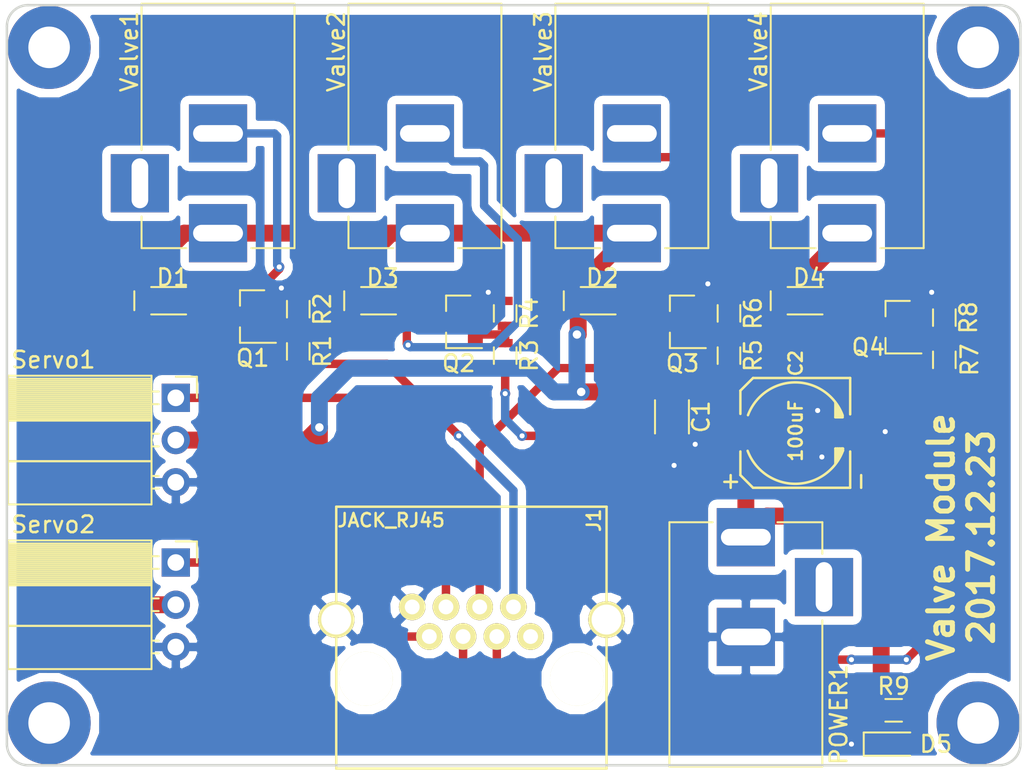
<source format=kicad_pcb>
(kicad_pcb (version 4) (host pcbnew 4.0.7)

  (general
    (links 52)
    (no_connects 0)
    (area 24.730999 23.411 86.849001 73.209)
    (thickness 1.6)
    (drawings 9)
    (tracks 186)
    (zones 0)
    (modules 32)
    (nets 18)
  )

  (page A4)
  (layers
    (0 F.Cu signal)
    (31 B.Cu signal)
    (32 B.Adhes user)
    (33 F.Adhes user)
    (34 B.Paste user)
    (35 F.Paste user)
    (36 B.SilkS user)
    (37 F.SilkS user)
    (38 B.Mask user)
    (39 F.Mask user)
    (40 Dwgs.User user)
    (41 Cmts.User user)
    (42 Eco1.User user)
    (43 Eco2.User user)
    (44 Edge.Cuts user)
    (45 Margin user)
    (46 B.CrtYd user)
    (47 F.CrtYd user)
    (48 B.Fab user)
    (49 F.Fab user)
  )

  (setup
    (last_trace_width 0.5)
    (user_trace_width 0.1524)
    (user_trace_width 0.508)
    (user_trace_width 1.016)
    (trace_clearance 0.254)
    (zone_clearance 0.508)
    (zone_45_only no)
    (trace_min 0.1524)
    (segment_width 0.2)
    (edge_width 0.15)
    (via_size 0.6096)
    (via_drill 0.3048)
    (via_min_size 0.4)
    (via_min_drill 0.3)
    (user_via 1.016 0.508)
    (uvia_size 0.3)
    (uvia_drill 0.1)
    (uvias_allowed no)
    (uvia_min_size 0.2)
    (uvia_min_drill 0.1)
    (pcb_text_width 0.3)
    (pcb_text_size 1.5 1.5)
    (mod_edge_width 0.15)
    (mod_text_size 1 1)
    (mod_text_width 0.15)
    (pad_size 3.8 3.8)
    (pad_drill 2.2)
    (pad_to_mask_clearance 0.2)
    (aux_axis_origin 0 0)
    (visible_elements 7FFFFF7F)
    (pcbplotparams
      (layerselection 0x010fc_80000001)
      (usegerberextensions false)
      (excludeedgelayer true)
      (linewidth 0.100000)
      (plotframeref false)
      (viasonmask false)
      (mode 1)
      (useauxorigin false)
      (hpglpennumber 1)
      (hpglpenspeed 20)
      (hpglpendiameter 15)
      (hpglpenoverlay 2)
      (psnegative false)
      (psa4output false)
      (plotreference true)
      (plotvalue true)
      (plotinvisibletext false)
      (padsonsilk false)
      (subtractmaskfromsilk false)
      (outputformat 1)
      (mirror false)
      (drillshape 0)
      (scaleselection 1)
      (outputdirectory ./gerber))
  )

  (net 0 "")
  (net 1 +12V)
  (net 2 GND)
  (net 3 /Valve4)
  (net 4 /Valve2)
  (net 5 /Servo1)
  (net 6 /Valve3)
  (net 7 /Servo2)
  (net 8 /Valve1)
  (net 9 "Net-(D1-Pad2)")
  (net 10 "Net-(D2-Pad2)")
  (net 11 "Net-(D3-Pad2)")
  (net 12 "Net-(D4-Pad2)")
  (net 13 "Net-(D5-Pad2)")
  (net 14 "Net-(Q1-Pad1)")
  (net 15 "Net-(Q2-Pad1)")
  (net 16 "Net-(Q3-Pad1)")
  (net 17 "Net-(Q4-Pad1)")

  (net_class Default "This is the default net class."
    (clearance 0.254)
    (trace_width 0.5)
    (via_dia 0.6096)
    (via_drill 0.3048)
    (uvia_dia 0.3)
    (uvia_drill 0.1)
    (add_net +12V)
    (add_net /Servo1)
    (add_net /Servo2)
    (add_net /Valve1)
    (add_net /Valve2)
    (add_net /Valve3)
    (add_net /Valve4)
    (add_net GND)
    (add_net "Net-(D1-Pad2)")
    (add_net "Net-(D2-Pad2)")
    (add_net "Net-(D3-Pad2)")
    (add_net "Net-(D4-Pad2)")
    (add_net "Net-(D5-Pad2)")
    (add_net "Net-(Q1-Pad1)")
    (add_net "Net-(Q2-Pad1)")
    (add_net "Net-(Q3-Pad1)")
    (add_net "Net-(Q4-Pad1)")
  )

  (module Capacitors_SMD:C_1206 (layer F.Cu) (tedit 59DF8227) (tstamp 59C177EF)
    (at 65.405 50.165 270)
    (descr "Capacitor SMD 1206, reflow soldering, AVX (see smccp.pdf)")
    (tags "capacitor 1206")
    (path /59C1B6A1)
    (attr smd)
    (fp_text reference C1 (at 0 -1.75 270) (layer F.SilkS)
      (effects (font (size 1 1) (thickness 0.15)))
    )
    (fp_text value 10uF (at 0 2 270) (layer F.Fab)
      (effects (font (size 1 1) (thickness 0.15)))
    )
    (fp_text user %R (at 0 -1.75 270) (layer F.Fab) hide
      (effects (font (size 1 1) (thickness 0.15)))
    )
    (fp_line (start -1.6 0.8) (end -1.6 -0.8) (layer F.Fab) (width 0.1))
    (fp_line (start 1.6 0.8) (end -1.6 0.8) (layer F.Fab) (width 0.1))
    (fp_line (start 1.6 -0.8) (end 1.6 0.8) (layer F.Fab) (width 0.1))
    (fp_line (start -1.6 -0.8) (end 1.6 -0.8) (layer F.Fab) (width 0.1))
    (fp_line (start 1 -1.02) (end -1 -1.02) (layer F.SilkS) (width 0.12))
    (fp_line (start -1 1.02) (end 1 1.02) (layer F.SilkS) (width 0.12))
    (fp_line (start -2.25 -1.05) (end 2.25 -1.05) (layer F.CrtYd) (width 0.05))
    (fp_line (start -2.25 -1.05) (end -2.25 1.05) (layer F.CrtYd) (width 0.05))
    (fp_line (start 2.25 1.05) (end 2.25 -1.05) (layer F.CrtYd) (width 0.05))
    (fp_line (start 2.25 1.05) (end -2.25 1.05) (layer F.CrtYd) (width 0.05))
    (pad 1 smd rect (at -1.5 0 270) (size 1 1.6) (layers F.Cu F.Paste F.Mask)
      (net 1 +12V))
    (pad 2 smd rect (at 1.5 0 270) (size 1 1.6) (layers F.Cu F.Paste F.Mask)
      (net 2 GND))
    (model Capacitors_SMD.3dshapes/C_1206.wrl
      (at (xyz 0 0 0))
      (scale (xyz 1 1 1))
      (rotate (xyz 0 0 0))
    )
  )

  (module CA6:c_elec_6.3x5.7 (layer F.Cu) (tedit 54652B1C) (tstamp 59C1780E)
    (at 72.8218 51.1302 180)
    (descr "SMT capacitor, aluminium electrolytic, 6.3x5.7")
    (path /59C1B624)
    (fp_text reference C2 (at -0.0254 4.191 270) (layer F.SilkS)
      (effects (font (size 0.8 0.8) (thickness 0.15)))
    )
    (fp_text value 100uF (at -0.0254 0.127 270) (layer F.SilkS)
      (effects (font (size 0.8 0.8) (thickness 0.15)))
    )
    (fp_line (start -2.8702 -1.0668) (end -2.8702 -0.9398) (layer F.SilkS) (width 0.14986))
    (fp_line (start -2.8448 0.9398) (end -2.8448 1.0414) (layer F.SilkS) (width 0.14986))
    (fp_arc (start 0 0) (end 2.8448 1.0668) (angle 139) (layer F.SilkS) (width 0.14986))
    (fp_arc (start 0 0) (end -2.8702 -1.0668) (angle 139) (layer F.SilkS) (width 0.14986))
    (fp_line (start -2.794 1.1684) (end -2.794 0.9398) (layer F.SilkS) (width 0.14986))
    (fp_line (start -2.667 1.4224) (end -2.667 0.9398) (layer F.SilkS) (width 0.14986))
    (fp_line (start -2.54 1.6256) (end -2.54 0.9398) (layer F.SilkS) (width 0.14986))
    (fp_line (start -2.413 1.8034) (end -2.413 0.9398) (layer F.SilkS) (width 0.14986))
    (fp_line (start -2.413 0.9398) (end -2.8448 0.9398) (layer F.SilkS) (width 0.14986))
    (fp_line (start -2.413 -0.9398) (end -2.8702 -0.9398) (layer F.SilkS) (width 0.14986))
    (fp_line (start -2.794 -1.2192) (end -2.794 -0.9398) (layer F.SilkS) (width 0.14986))
    (fp_line (start -2.667 -1.4732) (end -2.667 -0.9398) (layer F.SilkS) (width 0.14986))
    (fp_line (start -2.54 -1.6764) (end -2.54 -0.9398) (layer F.SilkS) (width 0.14986))
    (fp_line (start -2.413 -1.8542) (end -2.413 -0.9398) (layer F.SilkS) (width 0.14986))
    (fp_line (start -3.302 -3.302) (end -3.302 -1.1176) (layer F.SilkS) (width 0.14986))
    (fp_line (start -3.302 3.302) (end -3.302 1.1176) (layer F.SilkS) (width 0.14986))
    (fp_line (start 3.302 -2.54) (end 3.302 -1.1176) (layer F.SilkS) (width 0.14986))
    (fp_line (start 3.302 1.143) (end 3.302 2.54) (layer F.SilkS) (width 0.14986))
    (fp_line (start -3.9624 -3.302) (end -3.9624 -2.54) (layer F.SilkS) (width 0.14986))
    (fp_line (start -3.302 3.302) (end 2.54 3.302) (layer F.SilkS) (width 0.14986))
    (fp_line (start 2.54 3.302) (end 3.302 2.54) (layer F.SilkS) (width 0.14986))
    (fp_line (start 3.302 -2.54) (end 2.54 -3.302) (layer F.SilkS) (width 0.14986))
    (fp_line (start 2.54 -3.302) (end -3.302 -3.302) (layer F.SilkS) (width 0.14986))
    (fp_line (start 4.2672 -2.9464) (end 3.5052 -2.9464) (layer F.SilkS) (width 0.14986))
    (fp_line (start 3.8862 -3.302) (end 3.8862 -2.54) (layer F.SilkS) (width 0.14986))
    (pad 1 smd rect (at 2.7508 0 180) (size 3.5992 1.6002) (layers F.Cu F.Paste F.Mask)
      (net 1 +12V))
    (pad 2 smd rect (at -2.7508 0 180) (size 3.5992 1.6002) (layers F.Cu F.Paste F.Mask)
      (net 2 GND))
  )

  (module CA6:D_219AB (layer F.Cu) (tedit 59DF81F6) (tstamp 59C178C1)
    (at 35.38 43.18)
    (descr "Diode SMD in 0603 package http://datasheets.avx.com/schottky.pdf")
    (tags "smd diode")
    (path /59C151BB)
    (attr smd)
    (fp_text reference D1 (at 0 -1.4) (layer F.SilkS)
      (effects (font (size 1 1) (thickness 0.15)))
    )
    (fp_text value D (at 0 1.4) (layer F.Fab)
      (effects (font (size 1 1) (thickness 0.15)))
    )
    (fp_text user %R (at 0 -1.4) (layer F.Fab) hide
      (effects (font (size 1 1) (thickness 0.15)))
    )
    (fp_line (start -2.316 -0.57) (end -2.316 0.57) (layer F.SilkS) (width 0.12))
    (fp_line (start 1.4 0.67) (end 1.4 -0.67) (layer F.CrtYd) (width 0.05))
    (fp_line (start -1.4 0.67) (end 1.4 0.67) (layer F.CrtYd) (width 0.05))
    (fp_line (start -1.4 -0.67) (end -1.4 0.67) (layer F.CrtYd) (width 0.05))
    (fp_line (start 1.4 -0.67) (end -1.4 -0.67) (layer F.CrtYd) (width 0.05))
    (fp_line (start 0.2 0) (end 0.4 0) (layer F.Fab) (width 0.1))
    (fp_line (start -0.1 0) (end -0.3 0) (layer F.Fab) (width 0.1))
    (fp_line (start -0.1 -0.2) (end -0.1 0.2) (layer F.Fab) (width 0.1))
    (fp_line (start 0.2 0.2) (end 0.2 -0.2) (layer F.Fab) (width 0.1))
    (fp_line (start -0.1 0) (end 0.2 0.2) (layer F.Fab) (width 0.1))
    (fp_line (start 0.2 -0.2) (end -0.1 0) (layer F.Fab) (width 0.1))
    (fp_line (start -0.8 0.45) (end -0.8 -0.45) (layer F.Fab) (width 0.1))
    (fp_line (start 0.8 0.45) (end -0.8 0.45) (layer F.Fab) (width 0.1))
    (fp_line (start 0.8 -0.45) (end 0.8 0.45) (layer F.Fab) (width 0.1))
    (fp_line (start -0.8 -0.45) (end 0.8 -0.45) (layer F.Fab) (width 0.1))
    (fp_line (start -1.3 0.824) (end 0.8 0.824) (layer F.SilkS) (width 0.12))
    (fp_line (start -1.3 -0.824) (end 0.8 -0.824) (layer F.SilkS) (width 0.12))
    (pad 1 smd rect (at -1.45 0) (size 1.3 1.4) (layers F.Cu F.Paste F.Mask)
      (net 1 +12V))
    (pad 2 smd rect (at 1.45 0) (size 1.3 1.4) (layers F.Cu F.Paste F.Mask)
      (net 9 "Net-(D1-Pad2)"))
    (model ${KISYS3DMOD}/Diodes_SMD.3dshapes/D_0603.wrl
      (at (xyz 0 0 0))
      (scale (xyz 1 1 1))
      (rotate (xyz 0 0 0))
    )
  )

  (module CA6:D_219AB (layer F.Cu) (tedit 59DF81FA) (tstamp 59C178D9)
    (at 61.214 43.18)
    (descr "Diode SMD in 0603 package http://datasheets.avx.com/schottky.pdf")
    (tags "smd diode")
    (path /59C195FE)
    (attr smd)
    (fp_text reference D2 (at 0 -1.4) (layer F.SilkS)
      (effects (font (size 1 1) (thickness 0.15)))
    )
    (fp_text value D (at 0 1.4) (layer F.Fab)
      (effects (font (size 1 1) (thickness 0.15)))
    )
    (fp_text user %R (at 0 -1.4) (layer F.Fab) hide
      (effects (font (size 1 1) (thickness 0.15)))
    )
    (fp_line (start -2.316 -0.57) (end -2.316 0.57) (layer F.SilkS) (width 0.12))
    (fp_line (start 1.4 0.67) (end 1.4 -0.67) (layer F.CrtYd) (width 0.05))
    (fp_line (start -1.4 0.67) (end 1.4 0.67) (layer F.CrtYd) (width 0.05))
    (fp_line (start -1.4 -0.67) (end -1.4 0.67) (layer F.CrtYd) (width 0.05))
    (fp_line (start 1.4 -0.67) (end -1.4 -0.67) (layer F.CrtYd) (width 0.05))
    (fp_line (start 0.2 0) (end 0.4 0) (layer F.Fab) (width 0.1))
    (fp_line (start -0.1 0) (end -0.3 0) (layer F.Fab) (width 0.1))
    (fp_line (start -0.1 -0.2) (end -0.1 0.2) (layer F.Fab) (width 0.1))
    (fp_line (start 0.2 0.2) (end 0.2 -0.2) (layer F.Fab) (width 0.1))
    (fp_line (start -0.1 0) (end 0.2 0.2) (layer F.Fab) (width 0.1))
    (fp_line (start 0.2 -0.2) (end -0.1 0) (layer F.Fab) (width 0.1))
    (fp_line (start -0.8 0.45) (end -0.8 -0.45) (layer F.Fab) (width 0.1))
    (fp_line (start 0.8 0.45) (end -0.8 0.45) (layer F.Fab) (width 0.1))
    (fp_line (start 0.8 -0.45) (end 0.8 0.45) (layer F.Fab) (width 0.1))
    (fp_line (start -0.8 -0.45) (end 0.8 -0.45) (layer F.Fab) (width 0.1))
    (fp_line (start -1.3 0.824) (end 0.8 0.824) (layer F.SilkS) (width 0.12))
    (fp_line (start -1.3 -0.824) (end 0.8 -0.824) (layer F.SilkS) (width 0.12))
    (pad 1 smd rect (at -1.45 0) (size 1.3 1.4) (layers F.Cu F.Paste F.Mask)
      (net 1 +12V))
    (pad 2 smd rect (at 1.45 0) (size 1.3 1.4) (layers F.Cu F.Paste F.Mask)
      (net 10 "Net-(D2-Pad2)"))
    (model ${KISYS3DMOD}/Diodes_SMD.3dshapes/D_0603.wrl
      (at (xyz 0 0 0))
      (scale (xyz 1 1 1))
      (rotate (xyz 0 0 0))
    )
  )

  (module CA6:D_219AB (layer F.Cu) (tedit 59DF81DF) (tstamp 59C178F1)
    (at 48.006 43.18)
    (descr "Diode SMD in 0603 package http://datasheets.avx.com/schottky.pdf")
    (tags "smd diode")
    (path /59C192A1)
    (attr smd)
    (fp_text reference D3 (at 0 -1.4) (layer F.SilkS)
      (effects (font (size 1 1) (thickness 0.15)))
    )
    (fp_text value D (at 0 1.4) (layer F.Fab)
      (effects (font (size 1 1) (thickness 0.15)))
    )
    (fp_text user %R (at 0 -1.4) (layer F.Fab) hide
      (effects (font (size 1 1) (thickness 0.15)))
    )
    (fp_line (start -2.316 -0.57) (end -2.316 0.57) (layer F.SilkS) (width 0.12))
    (fp_line (start 1.4 0.67) (end 1.4 -0.67) (layer F.CrtYd) (width 0.05))
    (fp_line (start -1.4 0.67) (end 1.4 0.67) (layer F.CrtYd) (width 0.05))
    (fp_line (start -1.4 -0.67) (end -1.4 0.67) (layer F.CrtYd) (width 0.05))
    (fp_line (start 1.4 -0.67) (end -1.4 -0.67) (layer F.CrtYd) (width 0.05))
    (fp_line (start 0.2 0) (end 0.4 0) (layer F.Fab) (width 0.1))
    (fp_line (start -0.1 0) (end -0.3 0) (layer F.Fab) (width 0.1))
    (fp_line (start -0.1 -0.2) (end -0.1 0.2) (layer F.Fab) (width 0.1))
    (fp_line (start 0.2 0.2) (end 0.2 -0.2) (layer F.Fab) (width 0.1))
    (fp_line (start -0.1 0) (end 0.2 0.2) (layer F.Fab) (width 0.1))
    (fp_line (start 0.2 -0.2) (end -0.1 0) (layer F.Fab) (width 0.1))
    (fp_line (start -0.8 0.45) (end -0.8 -0.45) (layer F.Fab) (width 0.1))
    (fp_line (start 0.8 0.45) (end -0.8 0.45) (layer F.Fab) (width 0.1))
    (fp_line (start 0.8 -0.45) (end 0.8 0.45) (layer F.Fab) (width 0.1))
    (fp_line (start -0.8 -0.45) (end 0.8 -0.45) (layer F.Fab) (width 0.1))
    (fp_line (start -1.3 0.824) (end 0.8 0.824) (layer F.SilkS) (width 0.12))
    (fp_line (start -1.3 -0.824) (end 0.8 -0.824) (layer F.SilkS) (width 0.12))
    (pad 1 smd rect (at -1.45 0) (size 1.3 1.4) (layers F.Cu F.Paste F.Mask)
      (net 1 +12V))
    (pad 2 smd rect (at 1.45 0) (size 1.3 1.4) (layers F.Cu F.Paste F.Mask)
      (net 11 "Net-(D3-Pad2)"))
    (model ${KISYS3DMOD}/Diodes_SMD.3dshapes/D_0603.wrl
      (at (xyz 0 0 0))
      (scale (xyz 1 1 1))
      (rotate (xyz 0 0 0))
    )
  )

  (module CA6:D_219AB (layer F.Cu) (tedit 59DF81D5) (tstamp 59C17909)
    (at 73.66 43.18)
    (descr "Diode SMD in 0603 package http://datasheets.avx.com/schottky.pdf")
    (tags "smd diode")
    (path /59C1962B)
    (attr smd)
    (fp_text reference D4 (at 0 -1.4) (layer F.SilkS)
      (effects (font (size 1 1) (thickness 0.15)))
    )
    (fp_text value D (at 0 1.4) (layer F.Fab)
      (effects (font (size 1 1) (thickness 0.15)))
    )
    (fp_text user %R (at 0 -1.4) (layer F.Fab) hide
      (effects (font (size 1 1) (thickness 0.15)))
    )
    (fp_line (start -2.316 -0.57) (end -2.316 0.57) (layer F.SilkS) (width 0.12))
    (fp_line (start 1.4 0.67) (end 1.4 -0.67) (layer F.CrtYd) (width 0.05))
    (fp_line (start -1.4 0.67) (end 1.4 0.67) (layer F.CrtYd) (width 0.05))
    (fp_line (start -1.4 -0.67) (end -1.4 0.67) (layer F.CrtYd) (width 0.05))
    (fp_line (start 1.4 -0.67) (end -1.4 -0.67) (layer F.CrtYd) (width 0.05))
    (fp_line (start 0.2 0) (end 0.4 0) (layer F.Fab) (width 0.1))
    (fp_line (start -0.1 0) (end -0.3 0) (layer F.Fab) (width 0.1))
    (fp_line (start -0.1 -0.2) (end -0.1 0.2) (layer F.Fab) (width 0.1))
    (fp_line (start 0.2 0.2) (end 0.2 -0.2) (layer F.Fab) (width 0.1))
    (fp_line (start -0.1 0) (end 0.2 0.2) (layer F.Fab) (width 0.1))
    (fp_line (start 0.2 -0.2) (end -0.1 0) (layer F.Fab) (width 0.1))
    (fp_line (start -0.8 0.45) (end -0.8 -0.45) (layer F.Fab) (width 0.1))
    (fp_line (start 0.8 0.45) (end -0.8 0.45) (layer F.Fab) (width 0.1))
    (fp_line (start 0.8 -0.45) (end 0.8 0.45) (layer F.Fab) (width 0.1))
    (fp_line (start -0.8 -0.45) (end 0.8 -0.45) (layer F.Fab) (width 0.1))
    (fp_line (start -1.3 0.824) (end 0.8 0.824) (layer F.SilkS) (width 0.12))
    (fp_line (start -1.3 -0.824) (end 0.8 -0.824) (layer F.SilkS) (width 0.12))
    (pad 1 smd rect (at -1.45 0) (size 1.3 1.4) (layers F.Cu F.Paste F.Mask)
      (net 1 +12V))
    (pad 2 smd rect (at 1.45 0) (size 1.3 1.4) (layers F.Cu F.Paste F.Mask)
      (net 12 "Net-(D4-Pad2)"))
    (model ${KISYS3DMOD}/Diodes_SMD.3dshapes/D_0603.wrl
      (at (xyz 0 0 0))
      (scale (xyz 1 1 1))
      (rotate (xyz 0 0 0))
    )
  )

  (module CA6:RJ45_pcbwing (layer F.Cu) (tedit 59DF7F38) (tstamp 59C1791D)
    (at 53.34 63.5)
    (path /59C16716)
    (fp_text reference J1 (at 7.366 -7.112 90) (layer F.SilkS)
      (effects (font (size 0.8 0.8) (thickness 0.15)))
    )
    (fp_text value JACK_RJ45 (at -4.826 -7.112) (layer F.SilkS)
      (effects (font (size 0.8 0.8) (thickness 0.15)))
    )
    (fp_line (start -8.13 7.82) (end -8.13 -7.93) (layer F.SilkS) (width 0.14986))
    (fp_line (start -8.13 -7.93) (end 8.13 -7.93) (layer F.SilkS) (width 0.14986))
    (fp_line (start 8.13 -7.93) (end 8.13 7.82) (layer F.SilkS) (width 0.14986))
    (fp_line (start 8.13 7.82) (end -8.13 7.82) (layer F.SilkS) (width 0.14986))
    (pad 8 thru_hole circle (at -8.13 -1.14) (size 2.2 2.2) (drill 1.8) (layers *.Cu *.Mask F.SilkS)
      (net 2 GND))
    (pad 8 thru_hole circle (at 8.13 -1.14) (size 2.2 2.2) (drill 1.8) (layers *.Cu *.Mask F.SilkS)
      (net 2 GND))
    (pad "" np_thru_hole circle (at -6.35 2.42) (size 3.25 3.25) (drill 3.25) (layers *.Cu *.Mask F.SilkS))
    (pad "" np_thru_hole circle (at 6.35 2.42) (size 3.25 3.25) (drill 3.25) (layers *.Cu *.Mask F.SilkS))
    (pad 5 thru_hole circle (at -0.5 -0.12) (size 1.6 1.6) (drill 0.89) (layers *.Cu *.Mask F.SilkS)
      (net 3 /Valve4))
    (pad 3 thru_hole circle (at 1.53 -0.12) (size 1.6 1.6) (drill 0.89) (layers *.Cu *.Mask F.SilkS)
      (net 4 /Valve2))
    (pad 6 thru_hole circle (at -1.53 -1.9) (size 1.6 1.6) (drill 0.89) (layers *.Cu *.Mask F.SilkS)
      (net 5 /Servo1))
    (pad 4 thru_hole circle (at 0.5 -1.9) (size 1.6 1.6) (drill 0.89) (layers *.Cu *.Mask F.SilkS)
      (net 6 /Valve3))
    (pad 8 thru_hole circle (at -3.56 -1.9) (size 1.6 1.6) (drill 0.89) (layers *.Cu *.Mask F.SilkS)
      (net 2 GND))
    (pad 7 thru_hole circle (at -2.53 -0.12) (size 1.6 1.6) (drill 0.89) (layers *.Cu *.Mask F.SilkS)
      (net 7 /Servo2))
    (pad 2 thru_hole circle (at 2.53 -1.9) (size 1.6 1.6) (drill 0.89) (layers *.Cu *.Mask F.SilkS)
      (net 8 /Valve1))
    (pad 1 thru_hole circle (at 3.56 -0.12) (size 1.6 1.6) (drill 0.89) (layers *.Cu *.Mask F.SilkS))
  )

  (module Socket_Strips:Socket_Strip_Angled_1x03_Pitch2.54mm (layer F.Cu) (tedit 59DF7EF8) (tstamp 59C1797C)
    (at 35.56 49.022)
    (descr "Through hole angled socket strip, 1x03, 2.54mm pitch, 8.51mm socket length, single row")
    (tags "Through hole angled socket strip THT 1x03 2.54mm single row")
    (path /59C16AB4)
    (fp_text reference Servo1 (at -7.366 -2.286) (layer F.SilkS)
      (effects (font (size 1 1) (thickness 0.15)))
    )
    (fp_text value Servo1 (at -4.38 7.35) (layer F.Fab) hide
      (effects (font (size 1 1) (thickness 0.15)))
    )
    (fp_line (start -1.52 -1.27) (end -1.52 1.27) (layer F.Fab) (width 0.1))
    (fp_line (start -1.52 1.27) (end -10.03 1.27) (layer F.Fab) (width 0.1))
    (fp_line (start -10.03 1.27) (end -10.03 -1.27) (layer F.Fab) (width 0.1))
    (fp_line (start -10.03 -1.27) (end -1.52 -1.27) (layer F.Fab) (width 0.1))
    (fp_line (start 0 -0.32) (end 0 0.32) (layer F.Fab) (width 0.1))
    (fp_line (start 0 0.32) (end -1.52 0.32) (layer F.Fab) (width 0.1))
    (fp_line (start -1.52 0.32) (end -1.52 -0.32) (layer F.Fab) (width 0.1))
    (fp_line (start -1.52 -0.32) (end 0 -0.32) (layer F.Fab) (width 0.1))
    (fp_line (start -1.52 1.27) (end -1.52 3.81) (layer F.Fab) (width 0.1))
    (fp_line (start -1.52 3.81) (end -10.03 3.81) (layer F.Fab) (width 0.1))
    (fp_line (start -10.03 3.81) (end -10.03 1.27) (layer F.Fab) (width 0.1))
    (fp_line (start -10.03 1.27) (end -1.52 1.27) (layer F.Fab) (width 0.1))
    (fp_line (start 0 2.22) (end 0 2.86) (layer F.Fab) (width 0.1))
    (fp_line (start 0 2.86) (end -1.52 2.86) (layer F.Fab) (width 0.1))
    (fp_line (start -1.52 2.86) (end -1.52 2.22) (layer F.Fab) (width 0.1))
    (fp_line (start -1.52 2.22) (end 0 2.22) (layer F.Fab) (width 0.1))
    (fp_line (start -1.52 3.81) (end -1.52 6.35) (layer F.Fab) (width 0.1))
    (fp_line (start -1.52 6.35) (end -10.03 6.35) (layer F.Fab) (width 0.1))
    (fp_line (start -10.03 6.35) (end -10.03 3.81) (layer F.Fab) (width 0.1))
    (fp_line (start -10.03 3.81) (end -1.52 3.81) (layer F.Fab) (width 0.1))
    (fp_line (start 0 4.76) (end 0 5.4) (layer F.Fab) (width 0.1))
    (fp_line (start 0 5.4) (end -1.52 5.4) (layer F.Fab) (width 0.1))
    (fp_line (start -1.52 5.4) (end -1.52 4.76) (layer F.Fab) (width 0.1))
    (fp_line (start -1.52 4.76) (end 0 4.76) (layer F.Fab) (width 0.1))
    (fp_line (start -1.46 -1.33) (end -1.46 1.27) (layer F.SilkS) (width 0.12))
    (fp_line (start -1.46 1.27) (end -10.09 1.27) (layer F.SilkS) (width 0.12))
    (fp_line (start -10.09 1.27) (end -10.09 -1.33) (layer F.SilkS) (width 0.12))
    (fp_line (start -10.09 -1.33) (end -1.46 -1.33) (layer F.SilkS) (width 0.12))
    (fp_line (start -1.03 -0.38) (end -1.46 -0.38) (layer F.SilkS) (width 0.12))
    (fp_line (start -1.03 0.38) (end -1.46 0.38) (layer F.SilkS) (width 0.12))
    (fp_line (start -1.46 -1.15) (end -10.09 -1.15) (layer F.SilkS) (width 0.12))
    (fp_line (start -1.46 -1.03) (end -10.09 -1.03) (layer F.SilkS) (width 0.12))
    (fp_line (start -1.46 -0.91) (end -10.09 -0.91) (layer F.SilkS) (width 0.12))
    (fp_line (start -1.46 -0.79) (end -10.09 -0.79) (layer F.SilkS) (width 0.12))
    (fp_line (start -1.46 -0.67) (end -10.09 -0.67) (layer F.SilkS) (width 0.12))
    (fp_line (start -1.46 -0.55) (end -10.09 -0.55) (layer F.SilkS) (width 0.12))
    (fp_line (start -1.46 -0.43) (end -10.09 -0.43) (layer F.SilkS) (width 0.12))
    (fp_line (start -1.46 -0.31) (end -10.09 -0.31) (layer F.SilkS) (width 0.12))
    (fp_line (start -1.46 -0.19) (end -10.09 -0.19) (layer F.SilkS) (width 0.12))
    (fp_line (start -1.46 -0.07) (end -10.09 -0.07) (layer F.SilkS) (width 0.12))
    (fp_line (start -1.46 0.05) (end -10.09 0.05) (layer F.SilkS) (width 0.12))
    (fp_line (start -1.46 0.17) (end -10.09 0.17) (layer F.SilkS) (width 0.12))
    (fp_line (start -1.46 0.29) (end -10.09 0.29) (layer F.SilkS) (width 0.12))
    (fp_line (start -1.46 0.41) (end -10.09 0.41) (layer F.SilkS) (width 0.12))
    (fp_line (start -1.46 0.53) (end -10.09 0.53) (layer F.SilkS) (width 0.12))
    (fp_line (start -1.46 0.65) (end -10.09 0.65) (layer F.SilkS) (width 0.12))
    (fp_line (start -1.46 0.77) (end -10.09 0.77) (layer F.SilkS) (width 0.12))
    (fp_line (start -1.46 0.89) (end -10.09 0.89) (layer F.SilkS) (width 0.12))
    (fp_line (start -1.46 1.01) (end -10.09 1.01) (layer F.SilkS) (width 0.12))
    (fp_line (start -1.46 1.13) (end -10.09 1.13) (layer F.SilkS) (width 0.12))
    (fp_line (start -1.46 1.25) (end -10.09 1.25) (layer F.SilkS) (width 0.12))
    (fp_line (start -1.46 1.37) (end -10.09 1.37) (layer F.SilkS) (width 0.12))
    (fp_line (start -1.46 1.27) (end -1.46 3.81) (layer F.SilkS) (width 0.12))
    (fp_line (start -1.46 3.81) (end -10.09 3.81) (layer F.SilkS) (width 0.12))
    (fp_line (start -10.09 3.81) (end -10.09 1.27) (layer F.SilkS) (width 0.12))
    (fp_line (start -10.09 1.27) (end -1.46 1.27) (layer F.SilkS) (width 0.12))
    (fp_line (start -1.03 2.16) (end -1.46 2.16) (layer F.SilkS) (width 0.12))
    (fp_line (start -1.03 2.92) (end -1.46 2.92) (layer F.SilkS) (width 0.12))
    (fp_line (start -1.46 3.81) (end -1.46 6.41) (layer F.SilkS) (width 0.12))
    (fp_line (start -1.46 6.41) (end -10.09 6.41) (layer F.SilkS) (width 0.12))
    (fp_line (start -10.09 6.41) (end -10.09 3.81) (layer F.SilkS) (width 0.12))
    (fp_line (start -10.09 3.81) (end -1.46 3.81) (layer F.SilkS) (width 0.12))
    (fp_line (start -1.03 4.7) (end -1.46 4.7) (layer F.SilkS) (width 0.12))
    (fp_line (start -1.03 5.46) (end -1.46 5.46) (layer F.SilkS) (width 0.12))
    (fp_line (start 0 -1.27) (end 1.27 -1.27) (layer F.SilkS) (width 0.12))
    (fp_line (start 1.27 -1.27) (end 1.27 0) (layer F.SilkS) (width 0.12))
    (fp_line (start 1.8 -1.8) (end 1.8 6.85) (layer F.CrtYd) (width 0.05))
    (fp_line (start 1.8 6.85) (end -10.55 6.85) (layer F.CrtYd) (width 0.05))
    (fp_line (start -10.55 6.85) (end -10.55 -1.8) (layer F.CrtYd) (width 0.05))
    (fp_line (start -10.55 -1.8) (end 1.8 -1.8) (layer F.CrtYd) (width 0.05))
    (fp_text user %R (at -4.38 -2.27) (layer F.Fab) hide
      (effects (font (size 1 1) (thickness 0.15)))
    )
    (pad 1 thru_hole rect (at 0 0) (size 1.7 1.7) (drill 1) (layers *.Cu *.Mask)
      (net 5 /Servo1))
    (pad 2 thru_hole oval (at 0 2.54) (size 1.7 1.7) (drill 1) (layers *.Cu *.Mask)
      (net 1 +12V))
    (pad 3 thru_hole oval (at 0 5.08) (size 1.7 1.7) (drill 1) (layers *.Cu *.Mask)
      (net 2 GND))
    (model ${KISYS3DMOD}/Socket_Strips.3dshapes/Socket_Strip_Angled_1x03_Pitch2.54mm.wrl
      (at (xyz 0 -0.1 0))
      (scale (xyz 1 1 1))
      (rotate (xyz 0 0 270))
    )
  )

  (module Socket_Strips:Socket_Strip_Angled_1x03_Pitch2.54mm (layer F.Cu) (tedit 59DF7F06) (tstamp 59C179CA)
    (at 35.56 58.928)
    (descr "Through hole angled socket strip, 1x03, 2.54mm pitch, 8.51mm socket length, single row")
    (tags "Through hole angled socket strip THT 1x03 2.54mm single row")
    (path /59C1A1B4)
    (fp_text reference Servo2 (at -7.366 -2.286) (layer F.SilkS)
      (effects (font (size 1 1) (thickness 0.15)))
    )
    (fp_text value Servo2 (at -4.38 7.35) (layer F.Fab) hide
      (effects (font (size 1 1) (thickness 0.15)))
    )
    (fp_line (start -1.52 -1.27) (end -1.52 1.27) (layer F.Fab) (width 0.1))
    (fp_line (start -1.52 1.27) (end -10.03 1.27) (layer F.Fab) (width 0.1))
    (fp_line (start -10.03 1.27) (end -10.03 -1.27) (layer F.Fab) (width 0.1))
    (fp_line (start -10.03 -1.27) (end -1.52 -1.27) (layer F.Fab) (width 0.1))
    (fp_line (start 0 -0.32) (end 0 0.32) (layer F.Fab) (width 0.1))
    (fp_line (start 0 0.32) (end -1.52 0.32) (layer F.Fab) (width 0.1))
    (fp_line (start -1.52 0.32) (end -1.52 -0.32) (layer F.Fab) (width 0.1))
    (fp_line (start -1.52 -0.32) (end 0 -0.32) (layer F.Fab) (width 0.1))
    (fp_line (start -1.52 1.27) (end -1.52 3.81) (layer F.Fab) (width 0.1))
    (fp_line (start -1.52 3.81) (end -10.03 3.81) (layer F.Fab) (width 0.1))
    (fp_line (start -10.03 3.81) (end -10.03 1.27) (layer F.Fab) (width 0.1))
    (fp_line (start -10.03 1.27) (end -1.52 1.27) (layer F.Fab) (width 0.1))
    (fp_line (start 0 2.22) (end 0 2.86) (layer F.Fab) (width 0.1))
    (fp_line (start 0 2.86) (end -1.52 2.86) (layer F.Fab) (width 0.1))
    (fp_line (start -1.52 2.86) (end -1.52 2.22) (layer F.Fab) (width 0.1))
    (fp_line (start -1.52 2.22) (end 0 2.22) (layer F.Fab) (width 0.1))
    (fp_line (start -1.52 3.81) (end -1.52 6.35) (layer F.Fab) (width 0.1))
    (fp_line (start -1.52 6.35) (end -10.03 6.35) (layer F.Fab) (width 0.1))
    (fp_line (start -10.03 6.35) (end -10.03 3.81) (layer F.Fab) (width 0.1))
    (fp_line (start -10.03 3.81) (end -1.52 3.81) (layer F.Fab) (width 0.1))
    (fp_line (start 0 4.76) (end 0 5.4) (layer F.Fab) (width 0.1))
    (fp_line (start 0 5.4) (end -1.52 5.4) (layer F.Fab) (width 0.1))
    (fp_line (start -1.52 5.4) (end -1.52 4.76) (layer F.Fab) (width 0.1))
    (fp_line (start -1.52 4.76) (end 0 4.76) (layer F.Fab) (width 0.1))
    (fp_line (start -1.46 -1.33) (end -1.46 1.27) (layer F.SilkS) (width 0.12))
    (fp_line (start -1.46 1.27) (end -10.09 1.27) (layer F.SilkS) (width 0.12))
    (fp_line (start -10.09 1.27) (end -10.09 -1.33) (layer F.SilkS) (width 0.12))
    (fp_line (start -10.09 -1.33) (end -1.46 -1.33) (layer F.SilkS) (width 0.12))
    (fp_line (start -1.03 -0.38) (end -1.46 -0.38) (layer F.SilkS) (width 0.12))
    (fp_line (start -1.03 0.38) (end -1.46 0.38) (layer F.SilkS) (width 0.12))
    (fp_line (start -1.46 -1.15) (end -10.09 -1.15) (layer F.SilkS) (width 0.12))
    (fp_line (start -1.46 -1.03) (end -10.09 -1.03) (layer F.SilkS) (width 0.12))
    (fp_line (start -1.46 -0.91) (end -10.09 -0.91) (layer F.SilkS) (width 0.12))
    (fp_line (start -1.46 -0.79) (end -10.09 -0.79) (layer F.SilkS) (width 0.12))
    (fp_line (start -1.46 -0.67) (end -10.09 -0.67) (layer F.SilkS) (width 0.12))
    (fp_line (start -1.46 -0.55) (end -10.09 -0.55) (layer F.SilkS) (width 0.12))
    (fp_line (start -1.46 -0.43) (end -10.09 -0.43) (layer F.SilkS) (width 0.12))
    (fp_line (start -1.46 -0.31) (end -10.09 -0.31) (layer F.SilkS) (width 0.12))
    (fp_line (start -1.46 -0.19) (end -10.09 -0.19) (layer F.SilkS) (width 0.12))
    (fp_line (start -1.46 -0.07) (end -10.09 -0.07) (layer F.SilkS) (width 0.12))
    (fp_line (start -1.46 0.05) (end -10.09 0.05) (layer F.SilkS) (width 0.12))
    (fp_line (start -1.46 0.17) (end -10.09 0.17) (layer F.SilkS) (width 0.12))
    (fp_line (start -1.46 0.29) (end -10.09 0.29) (layer F.SilkS) (width 0.12))
    (fp_line (start -1.46 0.41) (end -10.09 0.41) (layer F.SilkS) (width 0.12))
    (fp_line (start -1.46 0.53) (end -10.09 0.53) (layer F.SilkS) (width 0.12))
    (fp_line (start -1.46 0.65) (end -10.09 0.65) (layer F.SilkS) (width 0.12))
    (fp_line (start -1.46 0.77) (end -10.09 0.77) (layer F.SilkS) (width 0.12))
    (fp_line (start -1.46 0.89) (end -10.09 0.89) (layer F.SilkS) (width 0.12))
    (fp_line (start -1.46 1.01) (end -10.09 1.01) (layer F.SilkS) (width 0.12))
    (fp_line (start -1.46 1.13) (end -10.09 1.13) (layer F.SilkS) (width 0.12))
    (fp_line (start -1.46 1.25) (end -10.09 1.25) (layer F.SilkS) (width 0.12))
    (fp_line (start -1.46 1.37) (end -10.09 1.37) (layer F.SilkS) (width 0.12))
    (fp_line (start -1.46 1.27) (end -1.46 3.81) (layer F.SilkS) (width 0.12))
    (fp_line (start -1.46 3.81) (end -10.09 3.81) (layer F.SilkS) (width 0.12))
    (fp_line (start -10.09 3.81) (end -10.09 1.27) (layer F.SilkS) (width 0.12))
    (fp_line (start -10.09 1.27) (end -1.46 1.27) (layer F.SilkS) (width 0.12))
    (fp_line (start -1.03 2.16) (end -1.46 2.16) (layer F.SilkS) (width 0.12))
    (fp_line (start -1.03 2.92) (end -1.46 2.92) (layer F.SilkS) (width 0.12))
    (fp_line (start -1.46 3.81) (end -1.46 6.41) (layer F.SilkS) (width 0.12))
    (fp_line (start -1.46 6.41) (end -10.09 6.41) (layer F.SilkS) (width 0.12))
    (fp_line (start -10.09 6.41) (end -10.09 3.81) (layer F.SilkS) (width 0.12))
    (fp_line (start -10.09 3.81) (end -1.46 3.81) (layer F.SilkS) (width 0.12))
    (fp_line (start -1.03 4.7) (end -1.46 4.7) (layer F.SilkS) (width 0.12))
    (fp_line (start -1.03 5.46) (end -1.46 5.46) (layer F.SilkS) (width 0.12))
    (fp_line (start 0 -1.27) (end 1.27 -1.27) (layer F.SilkS) (width 0.12))
    (fp_line (start 1.27 -1.27) (end 1.27 0) (layer F.SilkS) (width 0.12))
    (fp_line (start 1.8 -1.8) (end 1.8 6.85) (layer F.CrtYd) (width 0.05))
    (fp_line (start 1.8 6.85) (end -10.55 6.85) (layer F.CrtYd) (width 0.05))
    (fp_line (start -10.55 6.85) (end -10.55 -1.8) (layer F.CrtYd) (width 0.05))
    (fp_line (start -10.55 -1.8) (end 1.8 -1.8) (layer F.CrtYd) (width 0.05))
    (fp_text user %R (at -4.38 -2.27) (layer F.Fab) hide
      (effects (font (size 1 1) (thickness 0.15)))
    )
    (pad 1 thru_hole rect (at 0 0) (size 1.7 1.7) (drill 1) (layers *.Cu *.Mask)
      (net 7 /Servo2))
    (pad 2 thru_hole oval (at 0 2.54) (size 1.7 1.7) (drill 1) (layers *.Cu *.Mask)
      (net 1 +12V))
    (pad 3 thru_hole oval (at 0 5.08) (size 1.7 1.7) (drill 1) (layers *.Cu *.Mask)
      (net 2 GND))
    (model ${KISYS3DMOD}/Socket_Strips.3dshapes/Socket_Strip_Angled_1x03_Pitch2.54mm.wrl
      (at (xyz 0 -0.1 0))
      (scale (xyz 1 1 1))
      (rotate (xyz 0 0 270))
    )
  )

  (module TO_SOT_Packages_SMD:SOT-23 (layer F.Cu) (tedit 59DF81EF) (tstamp 59C179DF)
    (at 40.18 44.13 180)
    (descr "SOT-23, Standard")
    (tags SOT-23)
    (path /59C152E2)
    (attr smd)
    (fp_text reference Q1 (at 0 -2.5 180) (layer F.SilkS)
      (effects (font (size 1 1) (thickness 0.15)))
    )
    (fp_text value Q_NMOS_GSD (at 0 2.5 180) (layer F.Fab) hide
      (effects (font (size 1 1) (thickness 0.15)))
    )
    (fp_text user %R (at 0 0 270) (layer F.Fab)
      (effects (font (size 0.5 0.5) (thickness 0.075)))
    )
    (fp_line (start -0.7 -0.95) (end -0.7 1.5) (layer F.Fab) (width 0.1))
    (fp_line (start -0.15 -1.52) (end 0.7 -1.52) (layer F.Fab) (width 0.1))
    (fp_line (start -0.7 -0.95) (end -0.15 -1.52) (layer F.Fab) (width 0.1))
    (fp_line (start 0.7 -1.52) (end 0.7 1.52) (layer F.Fab) (width 0.1))
    (fp_line (start -0.7 1.52) (end 0.7 1.52) (layer F.Fab) (width 0.1))
    (fp_line (start 0.76 1.58) (end 0.76 0.65) (layer F.SilkS) (width 0.12))
    (fp_line (start 0.76 -1.58) (end 0.76 -0.65) (layer F.SilkS) (width 0.12))
    (fp_line (start -1.7 -1.75) (end 1.7 -1.75) (layer F.CrtYd) (width 0.05))
    (fp_line (start 1.7 -1.75) (end 1.7 1.75) (layer F.CrtYd) (width 0.05))
    (fp_line (start 1.7 1.75) (end -1.7 1.75) (layer F.CrtYd) (width 0.05))
    (fp_line (start -1.7 1.75) (end -1.7 -1.75) (layer F.CrtYd) (width 0.05))
    (fp_line (start 0.76 -1.58) (end -1.4 -1.58) (layer F.SilkS) (width 0.12))
    (fp_line (start 0.76 1.58) (end -0.7 1.58) (layer F.SilkS) (width 0.12))
    (pad 1 smd rect (at -1 -0.95 180) (size 0.9 0.8) (layers F.Cu F.Paste F.Mask)
      (net 14 "Net-(Q1-Pad1)"))
    (pad 2 smd rect (at -1 0.95 180) (size 0.9 0.8) (layers F.Cu F.Paste F.Mask)
      (net 2 GND))
    (pad 3 smd rect (at 1 0 180) (size 0.9 0.8) (layers F.Cu F.Paste F.Mask)
      (net 9 "Net-(D1-Pad2)"))
    (model ${KISYS3DMOD}/TO_SOT_Packages_SMD.3dshapes/SOT-23.wrl
      (at (xyz 0 0 0))
      (scale (xyz 1 1 1))
      (rotate (xyz 0 0 0))
    )
  )

  (module TO_SOT_Packages_SMD:SOT-23 (layer F.Cu) (tedit 59DF81EC) (tstamp 59C179F4)
    (at 52.578 44.45 180)
    (descr "SOT-23, Standard")
    (tags SOT-23)
    (path /59C192A7)
    (attr smd)
    (fp_text reference Q2 (at 0 -2.5 180) (layer F.SilkS)
      (effects (font (size 1 1) (thickness 0.15)))
    )
    (fp_text value Q_NMOS_GSD (at 0 2.5 180) (layer F.Fab) hide
      (effects (font (size 1 1) (thickness 0.15)))
    )
    (fp_text user %R (at 0 0 270) (layer F.Fab)
      (effects (font (size 0.5 0.5) (thickness 0.075)))
    )
    (fp_line (start -0.7 -0.95) (end -0.7 1.5) (layer F.Fab) (width 0.1))
    (fp_line (start -0.15 -1.52) (end 0.7 -1.52) (layer F.Fab) (width 0.1))
    (fp_line (start -0.7 -0.95) (end -0.15 -1.52) (layer F.Fab) (width 0.1))
    (fp_line (start 0.7 -1.52) (end 0.7 1.52) (layer F.Fab) (width 0.1))
    (fp_line (start -0.7 1.52) (end 0.7 1.52) (layer F.Fab) (width 0.1))
    (fp_line (start 0.76 1.58) (end 0.76 0.65) (layer F.SilkS) (width 0.12))
    (fp_line (start 0.76 -1.58) (end 0.76 -0.65) (layer F.SilkS) (width 0.12))
    (fp_line (start -1.7 -1.75) (end 1.7 -1.75) (layer F.CrtYd) (width 0.05))
    (fp_line (start 1.7 -1.75) (end 1.7 1.75) (layer F.CrtYd) (width 0.05))
    (fp_line (start 1.7 1.75) (end -1.7 1.75) (layer F.CrtYd) (width 0.05))
    (fp_line (start -1.7 1.75) (end -1.7 -1.75) (layer F.CrtYd) (width 0.05))
    (fp_line (start 0.76 -1.58) (end -1.4 -1.58) (layer F.SilkS) (width 0.12))
    (fp_line (start 0.76 1.58) (end -0.7 1.58) (layer F.SilkS) (width 0.12))
    (pad 1 smd rect (at -1 -0.95 180) (size 0.9 0.8) (layers F.Cu F.Paste F.Mask)
      (net 15 "Net-(Q2-Pad1)"))
    (pad 2 smd rect (at -1 0.95 180) (size 0.9 0.8) (layers F.Cu F.Paste F.Mask)
      (net 2 GND))
    (pad 3 smd rect (at 1 0 180) (size 0.9 0.8) (layers F.Cu F.Paste F.Mask)
      (net 11 "Net-(D3-Pad2)"))
    (model ${KISYS3DMOD}/TO_SOT_Packages_SMD.3dshapes/SOT-23.wrl
      (at (xyz 0 0 0))
      (scale (xyz 1 1 1))
      (rotate (xyz 0 0 0))
    )
  )

  (module TO_SOT_Packages_SMD:SOT-23 (layer F.Cu) (tedit 59DF81E9) (tstamp 59C17A09)
    (at 66.04 44.45 180)
    (descr "SOT-23, Standard")
    (tags SOT-23)
    (path /59C19604)
    (attr smd)
    (fp_text reference Q3 (at 0 -2.5 180) (layer F.SilkS)
      (effects (font (size 1 1) (thickness 0.15)))
    )
    (fp_text value Q_NMOS_GSD (at 0 2.5 180) (layer F.Fab) hide
      (effects (font (size 1 1) (thickness 0.15)))
    )
    (fp_text user %R (at 0 0 270) (layer F.Fab)
      (effects (font (size 0.5 0.5) (thickness 0.075)))
    )
    (fp_line (start -0.7 -0.95) (end -0.7 1.5) (layer F.Fab) (width 0.1))
    (fp_line (start -0.15 -1.52) (end 0.7 -1.52) (layer F.Fab) (width 0.1))
    (fp_line (start -0.7 -0.95) (end -0.15 -1.52) (layer F.Fab) (width 0.1))
    (fp_line (start 0.7 -1.52) (end 0.7 1.52) (layer F.Fab) (width 0.1))
    (fp_line (start -0.7 1.52) (end 0.7 1.52) (layer F.Fab) (width 0.1))
    (fp_line (start 0.76 1.58) (end 0.76 0.65) (layer F.SilkS) (width 0.12))
    (fp_line (start 0.76 -1.58) (end 0.76 -0.65) (layer F.SilkS) (width 0.12))
    (fp_line (start -1.7 -1.75) (end 1.7 -1.75) (layer F.CrtYd) (width 0.05))
    (fp_line (start 1.7 -1.75) (end 1.7 1.75) (layer F.CrtYd) (width 0.05))
    (fp_line (start 1.7 1.75) (end -1.7 1.75) (layer F.CrtYd) (width 0.05))
    (fp_line (start -1.7 1.75) (end -1.7 -1.75) (layer F.CrtYd) (width 0.05))
    (fp_line (start 0.76 -1.58) (end -1.4 -1.58) (layer F.SilkS) (width 0.12))
    (fp_line (start 0.76 1.58) (end -0.7 1.58) (layer F.SilkS) (width 0.12))
    (pad 1 smd rect (at -1 -0.95 180) (size 0.9 0.8) (layers F.Cu F.Paste F.Mask)
      (net 16 "Net-(Q3-Pad1)"))
    (pad 2 smd rect (at -1 0.95 180) (size 0.9 0.8) (layers F.Cu F.Paste F.Mask)
      (net 2 GND))
    (pad 3 smd rect (at 1 0 180) (size 0.9 0.8) (layers F.Cu F.Paste F.Mask)
      (net 10 "Net-(D2-Pad2)"))
    (model ${KISYS3DMOD}/TO_SOT_Packages_SMD.3dshapes/SOT-23.wrl
      (at (xyz 0 0 0))
      (scale (xyz 1 1 1))
      (rotate (xyz 0 0 0))
    )
  )

  (module TO_SOT_Packages_SMD:SOT-23 (layer F.Cu) (tedit 59DF8273) (tstamp 59C17A1E)
    (at 79.01 44.77 180)
    (descr "SOT-23, Standard")
    (tags SOT-23)
    (path /59C19631)
    (attr smd)
    (fp_text reference Q4 (at 1.794 -1.204 180) (layer F.SilkS)
      (effects (font (size 1 1) (thickness 0.15)))
    )
    (fp_text value Q_NMOS_GSD (at 0 2.5 180) (layer F.Fab) hide
      (effects (font (size 1 1) (thickness 0.15)))
    )
    (fp_text user %R (at 0 0 270) (layer F.Fab)
      (effects (font (size 0.5 0.5) (thickness 0.075)))
    )
    (fp_line (start -0.7 -0.95) (end -0.7 1.5) (layer F.Fab) (width 0.1))
    (fp_line (start -0.15 -1.52) (end 0.7 -1.52) (layer F.Fab) (width 0.1))
    (fp_line (start -0.7 -0.95) (end -0.15 -1.52) (layer F.Fab) (width 0.1))
    (fp_line (start 0.7 -1.52) (end 0.7 1.52) (layer F.Fab) (width 0.1))
    (fp_line (start -0.7 1.52) (end 0.7 1.52) (layer F.Fab) (width 0.1))
    (fp_line (start 0.76 1.58) (end 0.76 0.65) (layer F.SilkS) (width 0.12))
    (fp_line (start 0.76 -1.58) (end 0.76 -0.65) (layer F.SilkS) (width 0.12))
    (fp_line (start -1.7 -1.75) (end 1.7 -1.75) (layer F.CrtYd) (width 0.05))
    (fp_line (start 1.7 -1.75) (end 1.7 1.75) (layer F.CrtYd) (width 0.05))
    (fp_line (start 1.7 1.75) (end -1.7 1.75) (layer F.CrtYd) (width 0.05))
    (fp_line (start -1.7 1.75) (end -1.7 -1.75) (layer F.CrtYd) (width 0.05))
    (fp_line (start 0.76 -1.58) (end -1.4 -1.58) (layer F.SilkS) (width 0.12))
    (fp_line (start 0.76 1.58) (end -0.7 1.58) (layer F.SilkS) (width 0.12))
    (pad 1 smd rect (at -1 -0.95 180) (size 0.9 0.8) (layers F.Cu F.Paste F.Mask)
      (net 17 "Net-(Q4-Pad1)"))
    (pad 2 smd rect (at -1 0.95 180) (size 0.9 0.8) (layers F.Cu F.Paste F.Mask)
      (net 2 GND))
    (pad 3 smd rect (at 1 0 180) (size 0.9 0.8) (layers F.Cu F.Paste F.Mask)
      (net 12 "Net-(D4-Pad2)"))
    (model ${KISYS3DMOD}/TO_SOT_Packages_SMD.3dshapes/SOT-23.wrl
      (at (xyz 0 0 0))
      (scale (xyz 1 1 1))
      (rotate (xyz 0 0 0))
    )
  )

  (module LEDs:LED_0805 (layer F.Cu) (tedit 5A243267) (tstamp 59DEBDE6)
    (at 78.74 69.85)
    (descr "LED 0805 smd package")
    (tags "LED led 0805 SMD smd SMT smt smdled SMDLED smtled SMTLED")
    (path /59DEC903)
    (attr smd)
    (fp_text reference D5 (at 2.54 0) (layer F.SilkS)
      (effects (font (size 1 1) (thickness 0.15)))
    )
    (fp_text value LED (at 0 1.55) (layer F.Fab) hide
      (effects (font (size 1 1) (thickness 0.15)))
    )
    (fp_line (start -1.8 -0.7) (end -1.8 0.7) (layer F.SilkS) (width 0.12))
    (fp_line (start -0.4 -0.4) (end -0.4 0.4) (layer F.Fab) (width 0.1))
    (fp_line (start -0.4 0) (end 0.2 -0.4) (layer F.Fab) (width 0.1))
    (fp_line (start 0.2 0.4) (end -0.4 0) (layer F.Fab) (width 0.1))
    (fp_line (start 0.2 -0.4) (end 0.2 0.4) (layer F.Fab) (width 0.1))
    (fp_line (start 1 0.6) (end -1 0.6) (layer F.Fab) (width 0.1))
    (fp_line (start 1 -0.6) (end 1 0.6) (layer F.Fab) (width 0.1))
    (fp_line (start -1 -0.6) (end 1 -0.6) (layer F.Fab) (width 0.1))
    (fp_line (start -1 0.6) (end -1 -0.6) (layer F.Fab) (width 0.1))
    (fp_line (start -1.8 0.7) (end 1 0.7) (layer F.SilkS) (width 0.12))
    (fp_line (start -1.8 -0.7) (end 1 -0.7) (layer F.SilkS) (width 0.12))
    (fp_line (start 1.95 -0.85) (end 1.95 0.85) (layer F.CrtYd) (width 0.05))
    (fp_line (start 1.95 0.85) (end -1.95 0.85) (layer F.CrtYd) (width 0.05))
    (fp_line (start -1.95 0.85) (end -1.95 -0.85) (layer F.CrtYd) (width 0.05))
    (fp_line (start -1.95 -0.85) (end 1.95 -0.85) (layer F.CrtYd) (width 0.05))
    (fp_text user %R (at 0 -1.25) (layer F.Fab)
      (effects (font (size 0.4 0.4) (thickness 0.1)))
    )
    (pad 2 smd rect (at 1.1 0 180) (size 1.2 1.2) (layers F.Cu F.Paste F.Mask)
      (net 13 "Net-(D5-Pad2)"))
    (pad 1 smd rect (at -1.1 0 180) (size 1.2 1.2) (layers F.Cu F.Paste F.Mask)
      (net 2 GND))
    (model ${KISYS3DMOD}/LEDs.3dshapes/LED_0805.wrl
      (at (xyz 0 0 0))
      (scale (xyz 1 1 1))
      (rotate (xyz 0 0 180))
    )
  )

  (module Resistors_SMD:R_0603 (layer F.Cu) (tedit 59DF8206) (tstamp 59DEBDF7)
    (at 42.926 46.228 270)
    (descr "Resistor SMD 0603, reflow soldering, Vishay (see dcrcw.pdf)")
    (tags "resistor 0603")
    (path /59DF08C8)
    (attr smd)
    (fp_text reference R1 (at 0 -1.45 270) (layer F.SilkS)
      (effects (font (size 1 1) (thickness 0.15)))
    )
    (fp_text value 1K (at 0 1.5 270) (layer F.Fab) hide
      (effects (font (size 1 1) (thickness 0.15)))
    )
    (fp_text user %R (at 0 0 270) (layer F.Fab)
      (effects (font (size 0.4 0.4) (thickness 0.075)))
    )
    (fp_line (start -0.8 0.4) (end -0.8 -0.4) (layer F.Fab) (width 0.1))
    (fp_line (start 0.8 0.4) (end -0.8 0.4) (layer F.Fab) (width 0.1))
    (fp_line (start 0.8 -0.4) (end 0.8 0.4) (layer F.Fab) (width 0.1))
    (fp_line (start -0.8 -0.4) (end 0.8 -0.4) (layer F.Fab) (width 0.1))
    (fp_line (start 0.5 0.68) (end -0.5 0.68) (layer F.SilkS) (width 0.12))
    (fp_line (start -0.5 -0.68) (end 0.5 -0.68) (layer F.SilkS) (width 0.12))
    (fp_line (start -1.25 -0.7) (end 1.25 -0.7) (layer F.CrtYd) (width 0.05))
    (fp_line (start -1.25 -0.7) (end -1.25 0.7) (layer F.CrtYd) (width 0.05))
    (fp_line (start 1.25 0.7) (end 1.25 -0.7) (layer F.CrtYd) (width 0.05))
    (fp_line (start 1.25 0.7) (end -1.25 0.7) (layer F.CrtYd) (width 0.05))
    (pad 1 smd rect (at -0.75 0 270) (size 0.5 0.9) (layers F.Cu F.Paste F.Mask)
      (net 14 "Net-(Q1-Pad1)"))
    (pad 2 smd rect (at 0.75 0 270) (size 0.5 0.9) (layers F.Cu F.Paste F.Mask)
      (net 8 /Valve1))
    (model ${KISYS3DMOD}/Resistors_SMD.3dshapes/R_0603.wrl
      (at (xyz 0 0 0))
      (scale (xyz 1 1 1))
      (rotate (xyz 0 0 0))
    )
  )

  (module Resistors_SMD:R_0603 (layer F.Cu) (tedit 59DF8201) (tstamp 59DEBE08)
    (at 42.926 43.688 270)
    (descr "Resistor SMD 0603, reflow soldering, Vishay (see dcrcw.pdf)")
    (tags "resistor 0603")
    (path /59DF0BD6)
    (attr smd)
    (fp_text reference R2 (at 0 -1.45 270) (layer F.SilkS)
      (effects (font (size 1 1) (thickness 0.15)))
    )
    (fp_text value 10K (at 0 1.5 270) (layer F.Fab) hide
      (effects (font (size 1 1) (thickness 0.15)))
    )
    (fp_text user %R (at 0 0 270) (layer F.Fab)
      (effects (font (size 0.4 0.4) (thickness 0.075)))
    )
    (fp_line (start -0.8 0.4) (end -0.8 -0.4) (layer F.Fab) (width 0.1))
    (fp_line (start 0.8 0.4) (end -0.8 0.4) (layer F.Fab) (width 0.1))
    (fp_line (start 0.8 -0.4) (end 0.8 0.4) (layer F.Fab) (width 0.1))
    (fp_line (start -0.8 -0.4) (end 0.8 -0.4) (layer F.Fab) (width 0.1))
    (fp_line (start 0.5 0.68) (end -0.5 0.68) (layer F.SilkS) (width 0.12))
    (fp_line (start -0.5 -0.68) (end 0.5 -0.68) (layer F.SilkS) (width 0.12))
    (fp_line (start -1.25 -0.7) (end 1.25 -0.7) (layer F.CrtYd) (width 0.05))
    (fp_line (start -1.25 -0.7) (end -1.25 0.7) (layer F.CrtYd) (width 0.05))
    (fp_line (start 1.25 0.7) (end 1.25 -0.7) (layer F.CrtYd) (width 0.05))
    (fp_line (start 1.25 0.7) (end -1.25 0.7) (layer F.CrtYd) (width 0.05))
    (pad 1 smd rect (at -0.75 0 270) (size 0.5 0.9) (layers F.Cu F.Paste F.Mask)
      (net 2 GND))
    (pad 2 smd rect (at 0.75 0 270) (size 0.5 0.9) (layers F.Cu F.Paste F.Mask)
      (net 14 "Net-(Q1-Pad1)"))
    (model ${KISYS3DMOD}/Resistors_SMD.3dshapes/R_0603.wrl
      (at (xyz 0 0 0))
      (scale (xyz 1 1 1))
      (rotate (xyz 0 0 0))
    )
  )

  (module Resistors_SMD:R_0603 (layer F.Cu) (tedit 59DF820D) (tstamp 59DEBE19)
    (at 55.372 46.482 270)
    (descr "Resistor SMD 0603, reflow soldering, Vishay (see dcrcw.pdf)")
    (tags "resistor 0603")
    (path /59DF1299)
    (attr smd)
    (fp_text reference R3 (at 0 -1.45 270) (layer F.SilkS)
      (effects (font (size 1 1) (thickness 0.15)))
    )
    (fp_text value 1K (at 0 1.5 270) (layer F.Fab) hide
      (effects (font (size 1 1) (thickness 0.15)))
    )
    (fp_text user %R (at 0 0 270) (layer F.Fab)
      (effects (font (size 0.4 0.4) (thickness 0.075)))
    )
    (fp_line (start -0.8 0.4) (end -0.8 -0.4) (layer F.Fab) (width 0.1))
    (fp_line (start 0.8 0.4) (end -0.8 0.4) (layer F.Fab) (width 0.1))
    (fp_line (start 0.8 -0.4) (end 0.8 0.4) (layer F.Fab) (width 0.1))
    (fp_line (start -0.8 -0.4) (end 0.8 -0.4) (layer F.Fab) (width 0.1))
    (fp_line (start 0.5 0.68) (end -0.5 0.68) (layer F.SilkS) (width 0.12))
    (fp_line (start -0.5 -0.68) (end 0.5 -0.68) (layer F.SilkS) (width 0.12))
    (fp_line (start -1.25 -0.7) (end 1.25 -0.7) (layer F.CrtYd) (width 0.05))
    (fp_line (start -1.25 -0.7) (end -1.25 0.7) (layer F.CrtYd) (width 0.05))
    (fp_line (start 1.25 0.7) (end 1.25 -0.7) (layer F.CrtYd) (width 0.05))
    (fp_line (start 1.25 0.7) (end -1.25 0.7) (layer F.CrtYd) (width 0.05))
    (pad 1 smd rect (at -0.75 0 270) (size 0.5 0.9) (layers F.Cu F.Paste F.Mask)
      (net 15 "Net-(Q2-Pad1)"))
    (pad 2 smd rect (at 0.75 0 270) (size 0.5 0.9) (layers F.Cu F.Paste F.Mask)
      (net 4 /Valve2))
    (model ${KISYS3DMOD}/Resistors_SMD.3dshapes/R_0603.wrl
      (at (xyz 0 0 0))
      (scale (xyz 1 1 1))
      (rotate (xyz 0 0 0))
    )
  )

  (module Resistors_SMD:R_0603 (layer F.Cu) (tedit 59DF820A) (tstamp 59DEBE2A)
    (at 55.372 43.942 270)
    (descr "Resistor SMD 0603, reflow soldering, Vishay (see dcrcw.pdf)")
    (tags "resistor 0603")
    (path /59DF129F)
    (attr smd)
    (fp_text reference R4 (at 0 -1.45 270) (layer F.SilkS)
      (effects (font (size 1 1) (thickness 0.15)))
    )
    (fp_text value 10K (at 0 1.5 270) (layer F.Fab) hide
      (effects (font (size 1 1) (thickness 0.15)))
    )
    (fp_text user %R (at 0 0 270) (layer F.Fab)
      (effects (font (size 0.4 0.4) (thickness 0.075)))
    )
    (fp_line (start -0.8 0.4) (end -0.8 -0.4) (layer F.Fab) (width 0.1))
    (fp_line (start 0.8 0.4) (end -0.8 0.4) (layer F.Fab) (width 0.1))
    (fp_line (start 0.8 -0.4) (end 0.8 0.4) (layer F.Fab) (width 0.1))
    (fp_line (start -0.8 -0.4) (end 0.8 -0.4) (layer F.Fab) (width 0.1))
    (fp_line (start 0.5 0.68) (end -0.5 0.68) (layer F.SilkS) (width 0.12))
    (fp_line (start -0.5 -0.68) (end 0.5 -0.68) (layer F.SilkS) (width 0.12))
    (fp_line (start -1.25 -0.7) (end 1.25 -0.7) (layer F.CrtYd) (width 0.05))
    (fp_line (start -1.25 -0.7) (end -1.25 0.7) (layer F.CrtYd) (width 0.05))
    (fp_line (start 1.25 0.7) (end 1.25 -0.7) (layer F.CrtYd) (width 0.05))
    (fp_line (start 1.25 0.7) (end -1.25 0.7) (layer F.CrtYd) (width 0.05))
    (pad 1 smd rect (at -0.75 0 270) (size 0.5 0.9) (layers F.Cu F.Paste F.Mask)
      (net 2 GND))
    (pad 2 smd rect (at 0.75 0 270) (size 0.5 0.9) (layers F.Cu F.Paste F.Mask)
      (net 15 "Net-(Q2-Pad1)"))
    (model ${KISYS3DMOD}/Resistors_SMD.3dshapes/R_0603.wrl
      (at (xyz 0 0 0))
      (scale (xyz 1 1 1))
      (rotate (xyz 0 0 0))
    )
  )

  (module Resistors_SMD:R_0603 (layer F.Cu) (tedit 59DF8219) (tstamp 59DEBE3B)
    (at 68.834 46.482 270)
    (descr "Resistor SMD 0603, reflow soldering, Vishay (see dcrcw.pdf)")
    (tags "resistor 0603")
    (path /59DF1610)
    (attr smd)
    (fp_text reference R5 (at 0 -1.45 270) (layer F.SilkS)
      (effects (font (size 1 1) (thickness 0.15)))
    )
    (fp_text value 1K (at 0 1.5 270) (layer F.Fab) hide
      (effects (font (size 1 1) (thickness 0.15)))
    )
    (fp_text user %R (at 0 0 270) (layer F.Fab)
      (effects (font (size 0.4 0.4) (thickness 0.075)))
    )
    (fp_line (start -0.8 0.4) (end -0.8 -0.4) (layer F.Fab) (width 0.1))
    (fp_line (start 0.8 0.4) (end -0.8 0.4) (layer F.Fab) (width 0.1))
    (fp_line (start 0.8 -0.4) (end 0.8 0.4) (layer F.Fab) (width 0.1))
    (fp_line (start -0.8 -0.4) (end 0.8 -0.4) (layer F.Fab) (width 0.1))
    (fp_line (start 0.5 0.68) (end -0.5 0.68) (layer F.SilkS) (width 0.12))
    (fp_line (start -0.5 -0.68) (end 0.5 -0.68) (layer F.SilkS) (width 0.12))
    (fp_line (start -1.25 -0.7) (end 1.25 -0.7) (layer F.CrtYd) (width 0.05))
    (fp_line (start -1.25 -0.7) (end -1.25 0.7) (layer F.CrtYd) (width 0.05))
    (fp_line (start 1.25 0.7) (end 1.25 -0.7) (layer F.CrtYd) (width 0.05))
    (fp_line (start 1.25 0.7) (end -1.25 0.7) (layer F.CrtYd) (width 0.05))
    (pad 1 smd rect (at -0.75 0 270) (size 0.5 0.9) (layers F.Cu F.Paste F.Mask)
      (net 16 "Net-(Q3-Pad1)"))
    (pad 2 smd rect (at 0.75 0 270) (size 0.5 0.9) (layers F.Cu F.Paste F.Mask)
      (net 6 /Valve3))
    (model ${KISYS3DMOD}/Resistors_SMD.3dshapes/R_0603.wrl
      (at (xyz 0 0 0))
      (scale (xyz 1 1 1))
      (rotate (xyz 0 0 0))
    )
  )

  (module Resistors_SMD:R_0603 (layer F.Cu) (tedit 59DF8214) (tstamp 59DEBE4C)
    (at 68.834 43.942 270)
    (descr "Resistor SMD 0603, reflow soldering, Vishay (see dcrcw.pdf)")
    (tags "resistor 0603")
    (path /59DF1616)
    (attr smd)
    (fp_text reference R6 (at 0 -1.45 270) (layer F.SilkS)
      (effects (font (size 1 1) (thickness 0.15)))
    )
    (fp_text value 10K (at 0 1.5 270) (layer F.Fab) hide
      (effects (font (size 1 1) (thickness 0.15)))
    )
    (fp_text user %R (at 0 0 270) (layer F.Fab)
      (effects (font (size 0.4 0.4) (thickness 0.075)))
    )
    (fp_line (start -0.8 0.4) (end -0.8 -0.4) (layer F.Fab) (width 0.1))
    (fp_line (start 0.8 0.4) (end -0.8 0.4) (layer F.Fab) (width 0.1))
    (fp_line (start 0.8 -0.4) (end 0.8 0.4) (layer F.Fab) (width 0.1))
    (fp_line (start -0.8 -0.4) (end 0.8 -0.4) (layer F.Fab) (width 0.1))
    (fp_line (start 0.5 0.68) (end -0.5 0.68) (layer F.SilkS) (width 0.12))
    (fp_line (start -0.5 -0.68) (end 0.5 -0.68) (layer F.SilkS) (width 0.12))
    (fp_line (start -1.25 -0.7) (end 1.25 -0.7) (layer F.CrtYd) (width 0.05))
    (fp_line (start -1.25 -0.7) (end -1.25 0.7) (layer F.CrtYd) (width 0.05))
    (fp_line (start 1.25 0.7) (end 1.25 -0.7) (layer F.CrtYd) (width 0.05))
    (fp_line (start 1.25 0.7) (end -1.25 0.7) (layer F.CrtYd) (width 0.05))
    (pad 1 smd rect (at -0.75 0 270) (size 0.5 0.9) (layers F.Cu F.Paste F.Mask)
      (net 2 GND))
    (pad 2 smd rect (at 0.75 0 270) (size 0.5 0.9) (layers F.Cu F.Paste F.Mask)
      (net 16 "Net-(Q3-Pad1)"))
    (model ${KISYS3DMOD}/Resistors_SMD.3dshapes/R_0603.wrl
      (at (xyz 0 0 0))
      (scale (xyz 1 1 1))
      (rotate (xyz 0 0 0))
    )
  )

  (module Resistors_SMD:R_0603 (layer F.Cu) (tedit 59DF855C) (tstamp 59DEBE5D)
    (at 81.788 46.736 270)
    (descr "Resistor SMD 0603, reflow soldering, Vishay (see dcrcw.pdf)")
    (tags "resistor 0603")
    (path /59DF1508)
    (attr smd)
    (fp_text reference R7 (at 0 -1.524 270) (layer F.SilkS)
      (effects (font (size 1 1) (thickness 0.15)))
    )
    (fp_text value 1K (at 0 1.5 270) (layer F.Fab) hide
      (effects (font (size 1 1) (thickness 0.15)))
    )
    (fp_text user %R (at 0 0 270) (layer F.Fab)
      (effects (font (size 0.4 0.4) (thickness 0.075)))
    )
    (fp_line (start -0.8 0.4) (end -0.8 -0.4) (layer F.Fab) (width 0.1))
    (fp_line (start 0.8 0.4) (end -0.8 0.4) (layer F.Fab) (width 0.1))
    (fp_line (start 0.8 -0.4) (end 0.8 0.4) (layer F.Fab) (width 0.1))
    (fp_line (start -0.8 -0.4) (end 0.8 -0.4) (layer F.Fab) (width 0.1))
    (fp_line (start 0.5 0.68) (end -0.5 0.68) (layer F.SilkS) (width 0.12))
    (fp_line (start -0.5 -0.68) (end 0.5 -0.68) (layer F.SilkS) (width 0.12))
    (fp_line (start -1.25 -0.7) (end 1.25 -0.7) (layer F.CrtYd) (width 0.05))
    (fp_line (start -1.25 -0.7) (end -1.25 0.7) (layer F.CrtYd) (width 0.05))
    (fp_line (start 1.25 0.7) (end 1.25 -0.7) (layer F.CrtYd) (width 0.05))
    (fp_line (start 1.25 0.7) (end -1.25 0.7) (layer F.CrtYd) (width 0.05))
    (pad 1 smd rect (at -0.75 0 270) (size 0.5 0.9) (layers F.Cu F.Paste F.Mask)
      (net 17 "Net-(Q4-Pad1)"))
    (pad 2 smd rect (at 0.75 0 270) (size 0.5 0.9) (layers F.Cu F.Paste F.Mask)
      (net 3 /Valve4))
    (model ${KISYS3DMOD}/Resistors_SMD.3dshapes/R_0603.wrl
      (at (xyz 0 0 0))
      (scale (xyz 1 1 1))
      (rotate (xyz 0 0 0))
    )
  )

  (module Resistors_SMD:R_0603 (layer F.Cu) (tedit 59DF81C2) (tstamp 59DEBE6E)
    (at 81.788 44.196 270)
    (descr "Resistor SMD 0603, reflow soldering, Vishay (see dcrcw.pdf)")
    (tags "resistor 0603")
    (path /59DF150E)
    (attr smd)
    (fp_text reference R8 (at 0 -1.45 270) (layer F.SilkS)
      (effects (font (size 1 1) (thickness 0.15)))
    )
    (fp_text value 10K (at 0 1.5 270) (layer F.Fab) hide
      (effects (font (size 1 1) (thickness 0.15)))
    )
    (fp_text user %R (at 0 0 270) (layer F.Fab)
      (effects (font (size 0.4 0.4) (thickness 0.075)))
    )
    (fp_line (start -0.8 0.4) (end -0.8 -0.4) (layer F.Fab) (width 0.1))
    (fp_line (start 0.8 0.4) (end -0.8 0.4) (layer F.Fab) (width 0.1))
    (fp_line (start 0.8 -0.4) (end 0.8 0.4) (layer F.Fab) (width 0.1))
    (fp_line (start -0.8 -0.4) (end 0.8 -0.4) (layer F.Fab) (width 0.1))
    (fp_line (start 0.5 0.68) (end -0.5 0.68) (layer F.SilkS) (width 0.12))
    (fp_line (start -0.5 -0.68) (end 0.5 -0.68) (layer F.SilkS) (width 0.12))
    (fp_line (start -1.25 -0.7) (end 1.25 -0.7) (layer F.CrtYd) (width 0.05))
    (fp_line (start -1.25 -0.7) (end -1.25 0.7) (layer F.CrtYd) (width 0.05))
    (fp_line (start 1.25 0.7) (end 1.25 -0.7) (layer F.CrtYd) (width 0.05))
    (fp_line (start 1.25 0.7) (end -1.25 0.7) (layer F.CrtYd) (width 0.05))
    (pad 1 smd rect (at -0.75 0 270) (size 0.5 0.9) (layers F.Cu F.Paste F.Mask)
      (net 2 GND))
    (pad 2 smd rect (at 0.75 0 270) (size 0.5 0.9) (layers F.Cu F.Paste F.Mask)
      (net 17 "Net-(Q4-Pad1)"))
    (model ${KISYS3DMOD}/Resistors_SMD.3dshapes/R_0603.wrl
      (at (xyz 0 0 0))
      (scale (xyz 1 1 1))
      (rotate (xyz 0 0 0))
    )
  )

  (module Resistors_SMD:R_0603 (layer F.Cu) (tedit 59DF8230) (tstamp 59DEBE7F)
    (at 78.74 67.818)
    (descr "Resistor SMD 0603, reflow soldering, Vishay (see dcrcw.pdf)")
    (tags "resistor 0603")
    (path /59DECC88)
    (attr smd)
    (fp_text reference R9 (at 0 -1.45) (layer F.SilkS)
      (effects (font (size 1 1) (thickness 0.15)))
    )
    (fp_text value 1K (at 0 1.5) (layer F.Fab) hide
      (effects (font (size 1 1) (thickness 0.15)))
    )
    (fp_text user %R (at 0 0) (layer F.Fab)
      (effects (font (size 0.4 0.4) (thickness 0.075)))
    )
    (fp_line (start -0.8 0.4) (end -0.8 -0.4) (layer F.Fab) (width 0.1))
    (fp_line (start 0.8 0.4) (end -0.8 0.4) (layer F.Fab) (width 0.1))
    (fp_line (start 0.8 -0.4) (end 0.8 0.4) (layer F.Fab) (width 0.1))
    (fp_line (start -0.8 -0.4) (end 0.8 -0.4) (layer F.Fab) (width 0.1))
    (fp_line (start 0.5 0.68) (end -0.5 0.68) (layer F.SilkS) (width 0.12))
    (fp_line (start -0.5 -0.68) (end 0.5 -0.68) (layer F.SilkS) (width 0.12))
    (fp_line (start -1.25 -0.7) (end 1.25 -0.7) (layer F.CrtYd) (width 0.05))
    (fp_line (start -1.25 -0.7) (end -1.25 0.7) (layer F.CrtYd) (width 0.05))
    (fp_line (start 1.25 0.7) (end 1.25 -0.7) (layer F.CrtYd) (width 0.05))
    (fp_line (start 1.25 0.7) (end -1.25 0.7) (layer F.CrtYd) (width 0.05))
    (pad 1 smd rect (at -0.75 0) (size 0.5 0.9) (layers F.Cu F.Paste F.Mask)
      (net 1 +12V))
    (pad 2 smd rect (at 0.75 0) (size 0.5 0.9) (layers F.Cu F.Paste F.Mask)
      (net 13 "Net-(D5-Pad2)"))
    (model ${KISYS3DMOD}/Resistors_SMD.3dshapes/R_0603.wrl
      (at (xyz 0 0 0))
      (scale (xyz 1 1 1))
      (rotate (xyz 0 0 0))
    )
  )

  (module Connectors:BARREL_JACK (layer F.Cu) (tedit 59DF8268) (tstamp 59DF7F98)
    (at 69.85 57.404 90)
    (descr "DC Barrel Jack")
    (tags "Power Jack")
    (path /59C1A763)
    (fp_text reference POWER1 (at -10.668 5.588 270) (layer F.SilkS)
      (effects (font (size 1 1) (thickness 0.15)))
    )
    (fp_text value Power (at -6.2 -5.5 90) (layer F.Fab)
      (effects (font (size 1 1) (thickness 0.15)))
    )
    (fp_line (start 1 -4.5) (end 1 -4.75) (layer F.CrtYd) (width 0.05))
    (fp_line (start 1 -4.75) (end -14 -4.75) (layer F.CrtYd) (width 0.05))
    (fp_line (start 1 -4.5) (end 1 -2) (layer F.CrtYd) (width 0.05))
    (fp_line (start 1 -2) (end 2 -2) (layer F.CrtYd) (width 0.05))
    (fp_line (start 2 -2) (end 2 2) (layer F.CrtYd) (width 0.05))
    (fp_line (start 2 2) (end 1 2) (layer F.CrtYd) (width 0.05))
    (fp_line (start 1 2) (end 1 4.75) (layer F.CrtYd) (width 0.05))
    (fp_line (start 1 4.75) (end -1 4.75) (layer F.CrtYd) (width 0.05))
    (fp_line (start -1 4.75) (end -1 6.75) (layer F.CrtYd) (width 0.05))
    (fp_line (start -1 6.75) (end -5 6.75) (layer F.CrtYd) (width 0.05))
    (fp_line (start -5 6.75) (end -5 4.75) (layer F.CrtYd) (width 0.05))
    (fp_line (start -5 4.75) (end -14 4.75) (layer F.CrtYd) (width 0.05))
    (fp_line (start -14 4.75) (end -14 -4.75) (layer F.CrtYd) (width 0.05))
    (fp_line (start -5 4.6) (end -13.8 4.6) (layer F.SilkS) (width 0.12))
    (fp_line (start -13.8 4.6) (end -13.8 -4.6) (layer F.SilkS) (width 0.12))
    (fp_line (start 0.9 1.9) (end 0.9 4.6) (layer F.SilkS) (width 0.12))
    (fp_line (start 0.9 4.6) (end -1 4.6) (layer F.SilkS) (width 0.12))
    (fp_line (start -13.8 -4.6) (end 0.9 -4.6) (layer F.SilkS) (width 0.12))
    (fp_line (start 0.9 -4.6) (end 0.9 -2) (layer F.SilkS) (width 0.12))
    (fp_line (start -10.2 -4.5) (end -10.2 4.5) (layer F.Fab) (width 0.1))
    (fp_line (start -13.7 -4.5) (end -13.7 4.5) (layer F.Fab) (width 0.1))
    (fp_line (start -13.7 4.5) (end 0.8 4.5) (layer F.Fab) (width 0.1))
    (fp_line (start 0.8 4.5) (end 0.8 -4.5) (layer F.Fab) (width 0.1))
    (fp_line (start 0.8 -4.5) (end -13.7 -4.5) (layer F.Fab) (width 0.1))
    (pad 1 thru_hole rect (at 0 0 90) (size 3.5 3.5) (drill oval 1 3) (layers *.Cu *.Mask)
      (net 1 +12V))
    (pad 2 thru_hole rect (at -6 0 90) (size 3.5 3.5) (drill oval 1 3) (layers *.Cu *.Mask)
      (net 2 GND))
    (pad 3 thru_hole rect (at -3 4.7 90) (size 3.5 3.5) (drill oval 3 1) (layers *.Cu *.Mask))
  )

  (module Connectors:BARREL_JACK (layer F.Cu) (tedit 59DF7F0F) (tstamp 59DF7FB7)
    (at 38.1 39.116 270)
    (descr "DC Barrel Jack")
    (tags "Power Jack")
    (path /59C1662C)
    (fp_text reference Valve1 (at -10.922 5.334 450) (layer F.SilkS)
      (effects (font (size 1 1) (thickness 0.15)))
    )
    (fp_text value Valve1 (at -6.2 -5.5 270) (layer F.Fab) hide
      (effects (font (size 1 1) (thickness 0.15)))
    )
    (fp_line (start 1 -4.5) (end 1 -4.75) (layer F.CrtYd) (width 0.05))
    (fp_line (start 1 -4.75) (end -14 -4.75) (layer F.CrtYd) (width 0.05))
    (fp_line (start 1 -4.5) (end 1 -2) (layer F.CrtYd) (width 0.05))
    (fp_line (start 1 -2) (end 2 -2) (layer F.CrtYd) (width 0.05))
    (fp_line (start 2 -2) (end 2 2) (layer F.CrtYd) (width 0.05))
    (fp_line (start 2 2) (end 1 2) (layer F.CrtYd) (width 0.05))
    (fp_line (start 1 2) (end 1 4.75) (layer F.CrtYd) (width 0.05))
    (fp_line (start 1 4.75) (end -1 4.75) (layer F.CrtYd) (width 0.05))
    (fp_line (start -1 4.75) (end -1 6.75) (layer F.CrtYd) (width 0.05))
    (fp_line (start -1 6.75) (end -5 6.75) (layer F.CrtYd) (width 0.05))
    (fp_line (start -5 6.75) (end -5 4.75) (layer F.CrtYd) (width 0.05))
    (fp_line (start -5 4.75) (end -14 4.75) (layer F.CrtYd) (width 0.05))
    (fp_line (start -14 4.75) (end -14 -4.75) (layer F.CrtYd) (width 0.05))
    (fp_line (start -5 4.6) (end -13.8 4.6) (layer F.SilkS) (width 0.12))
    (fp_line (start -13.8 4.6) (end -13.8 -4.6) (layer F.SilkS) (width 0.12))
    (fp_line (start 0.9 1.9) (end 0.9 4.6) (layer F.SilkS) (width 0.12))
    (fp_line (start 0.9 4.6) (end -1 4.6) (layer F.SilkS) (width 0.12))
    (fp_line (start -13.8 -4.6) (end 0.9 -4.6) (layer F.SilkS) (width 0.12))
    (fp_line (start 0.9 -4.6) (end 0.9 -2) (layer F.SilkS) (width 0.12))
    (fp_line (start -10.2 -4.5) (end -10.2 4.5) (layer F.Fab) (width 0.1))
    (fp_line (start -13.7 -4.5) (end -13.7 4.5) (layer F.Fab) (width 0.1))
    (fp_line (start -13.7 4.5) (end 0.8 4.5) (layer F.Fab) (width 0.1))
    (fp_line (start 0.8 4.5) (end 0.8 -4.5) (layer F.Fab) (width 0.1))
    (fp_line (start 0.8 -4.5) (end -13.7 -4.5) (layer F.Fab) (width 0.1))
    (pad 1 thru_hole rect (at 0 0 270) (size 3.5 3.5) (drill oval 1 3) (layers *.Cu *.Mask)
      (net 1 +12V))
    (pad 2 thru_hole rect (at -6 0 270) (size 3.5 3.5) (drill oval 1 3) (layers *.Cu *.Mask)
      (net 9 "Net-(D1-Pad2)"))
    (pad 3 thru_hole rect (at -3 4.7 270) (size 3.5 3.5) (drill oval 3 1) (layers *.Cu *.Mask))
  )

  (module Connectors:BARREL_JACK (layer F.Cu) (tedit 59DF7F15) (tstamp 59DF7FD6)
    (at 50.546 39.116 270)
    (descr "DC Barrel Jack")
    (tags "Power Jack")
    (path /59C192AD)
    (fp_text reference Valve2 (at -10.922 5.334 450) (layer F.SilkS)
      (effects (font (size 1 1) (thickness 0.15)))
    )
    (fp_text value Valve2 (at -6.2 -5.5 270) (layer F.Fab) hide
      (effects (font (size 1 1) (thickness 0.15)))
    )
    (fp_line (start 1 -4.5) (end 1 -4.75) (layer F.CrtYd) (width 0.05))
    (fp_line (start 1 -4.75) (end -14 -4.75) (layer F.CrtYd) (width 0.05))
    (fp_line (start 1 -4.5) (end 1 -2) (layer F.CrtYd) (width 0.05))
    (fp_line (start 1 -2) (end 2 -2) (layer F.CrtYd) (width 0.05))
    (fp_line (start 2 -2) (end 2 2) (layer F.CrtYd) (width 0.05))
    (fp_line (start 2 2) (end 1 2) (layer F.CrtYd) (width 0.05))
    (fp_line (start 1 2) (end 1 4.75) (layer F.CrtYd) (width 0.05))
    (fp_line (start 1 4.75) (end -1 4.75) (layer F.CrtYd) (width 0.05))
    (fp_line (start -1 4.75) (end -1 6.75) (layer F.CrtYd) (width 0.05))
    (fp_line (start -1 6.75) (end -5 6.75) (layer F.CrtYd) (width 0.05))
    (fp_line (start -5 6.75) (end -5 4.75) (layer F.CrtYd) (width 0.05))
    (fp_line (start -5 4.75) (end -14 4.75) (layer F.CrtYd) (width 0.05))
    (fp_line (start -14 4.75) (end -14 -4.75) (layer F.CrtYd) (width 0.05))
    (fp_line (start -5 4.6) (end -13.8 4.6) (layer F.SilkS) (width 0.12))
    (fp_line (start -13.8 4.6) (end -13.8 -4.6) (layer F.SilkS) (width 0.12))
    (fp_line (start 0.9 1.9) (end 0.9 4.6) (layer F.SilkS) (width 0.12))
    (fp_line (start 0.9 4.6) (end -1 4.6) (layer F.SilkS) (width 0.12))
    (fp_line (start -13.8 -4.6) (end 0.9 -4.6) (layer F.SilkS) (width 0.12))
    (fp_line (start 0.9 -4.6) (end 0.9 -2) (layer F.SilkS) (width 0.12))
    (fp_line (start -10.2 -4.5) (end -10.2 4.5) (layer F.Fab) (width 0.1))
    (fp_line (start -13.7 -4.5) (end -13.7 4.5) (layer F.Fab) (width 0.1))
    (fp_line (start -13.7 4.5) (end 0.8 4.5) (layer F.Fab) (width 0.1))
    (fp_line (start 0.8 4.5) (end 0.8 -4.5) (layer F.Fab) (width 0.1))
    (fp_line (start 0.8 -4.5) (end -13.7 -4.5) (layer F.Fab) (width 0.1))
    (pad 1 thru_hole rect (at 0 0 270) (size 3.5 3.5) (drill oval 1 3) (layers *.Cu *.Mask)
      (net 1 +12V))
    (pad 2 thru_hole rect (at -6 0 270) (size 3.5 3.5) (drill oval 1 3) (layers *.Cu *.Mask)
      (net 11 "Net-(D3-Pad2)"))
    (pad 3 thru_hole rect (at -3 4.7 270) (size 3.5 3.5) (drill oval 3 1) (layers *.Cu *.Mask))
  )

  (module Connectors:BARREL_JACK (layer F.Cu) (tedit 59DF7F1B) (tstamp 59DF7FF5)
    (at 62.992 39.116 270)
    (descr "DC Barrel Jack")
    (tags "Power Jack")
    (path /59C1960A)
    (fp_text reference Valve3 (at -10.922 5.334 450) (layer F.SilkS)
      (effects (font (size 1 1) (thickness 0.15)))
    )
    (fp_text value Valve3 (at -6.2 -5.5 270) (layer F.Fab) hide
      (effects (font (size 1 1) (thickness 0.15)))
    )
    (fp_line (start 1 -4.5) (end 1 -4.75) (layer F.CrtYd) (width 0.05))
    (fp_line (start 1 -4.75) (end -14 -4.75) (layer F.CrtYd) (width 0.05))
    (fp_line (start 1 -4.5) (end 1 -2) (layer F.CrtYd) (width 0.05))
    (fp_line (start 1 -2) (end 2 -2) (layer F.CrtYd) (width 0.05))
    (fp_line (start 2 -2) (end 2 2) (layer F.CrtYd) (width 0.05))
    (fp_line (start 2 2) (end 1 2) (layer F.CrtYd) (width 0.05))
    (fp_line (start 1 2) (end 1 4.75) (layer F.CrtYd) (width 0.05))
    (fp_line (start 1 4.75) (end -1 4.75) (layer F.CrtYd) (width 0.05))
    (fp_line (start -1 4.75) (end -1 6.75) (layer F.CrtYd) (width 0.05))
    (fp_line (start -1 6.75) (end -5 6.75) (layer F.CrtYd) (width 0.05))
    (fp_line (start -5 6.75) (end -5 4.75) (layer F.CrtYd) (width 0.05))
    (fp_line (start -5 4.75) (end -14 4.75) (layer F.CrtYd) (width 0.05))
    (fp_line (start -14 4.75) (end -14 -4.75) (layer F.CrtYd) (width 0.05))
    (fp_line (start -5 4.6) (end -13.8 4.6) (layer F.SilkS) (width 0.12))
    (fp_line (start -13.8 4.6) (end -13.8 -4.6) (layer F.SilkS) (width 0.12))
    (fp_line (start 0.9 1.9) (end 0.9 4.6) (layer F.SilkS) (width 0.12))
    (fp_line (start 0.9 4.6) (end -1 4.6) (layer F.SilkS) (width 0.12))
    (fp_line (start -13.8 -4.6) (end 0.9 -4.6) (layer F.SilkS) (width 0.12))
    (fp_line (start 0.9 -4.6) (end 0.9 -2) (layer F.SilkS) (width 0.12))
    (fp_line (start -10.2 -4.5) (end -10.2 4.5) (layer F.Fab) (width 0.1))
    (fp_line (start -13.7 -4.5) (end -13.7 4.5) (layer F.Fab) (width 0.1))
    (fp_line (start -13.7 4.5) (end 0.8 4.5) (layer F.Fab) (width 0.1))
    (fp_line (start 0.8 4.5) (end 0.8 -4.5) (layer F.Fab) (width 0.1))
    (fp_line (start 0.8 -4.5) (end -13.7 -4.5) (layer F.Fab) (width 0.1))
    (pad 1 thru_hole rect (at 0 0 270) (size 3.5 3.5) (drill oval 1 3) (layers *.Cu *.Mask)
      (net 1 +12V))
    (pad 2 thru_hole rect (at -6 0 270) (size 3.5 3.5) (drill oval 1 3) (layers *.Cu *.Mask)
      (net 10 "Net-(D2-Pad2)"))
    (pad 3 thru_hole rect (at -3 4.7 270) (size 3.5 3.5) (drill oval 3 1) (layers *.Cu *.Mask))
  )

  (module Connectors:BARREL_JACK (layer F.Cu) (tedit 59DF7F22) (tstamp 59DF8014)
    (at 75.946 39.116 270)
    (descr "DC Barrel Jack")
    (tags "Power Jack")
    (path /59C19637)
    (fp_text reference Valve4 (at -10.922 5.334 450) (layer F.SilkS)
      (effects (font (size 1 1) (thickness 0.15)))
    )
    (fp_text value Valve4 (at -6.2 -5.5 270) (layer F.Fab) hide
      (effects (font (size 1 1) (thickness 0.15)))
    )
    (fp_line (start 1 -4.5) (end 1 -4.75) (layer F.CrtYd) (width 0.05))
    (fp_line (start 1 -4.75) (end -14 -4.75) (layer F.CrtYd) (width 0.05))
    (fp_line (start 1 -4.5) (end 1 -2) (layer F.CrtYd) (width 0.05))
    (fp_line (start 1 -2) (end 2 -2) (layer F.CrtYd) (width 0.05))
    (fp_line (start 2 -2) (end 2 2) (layer F.CrtYd) (width 0.05))
    (fp_line (start 2 2) (end 1 2) (layer F.CrtYd) (width 0.05))
    (fp_line (start 1 2) (end 1 4.75) (layer F.CrtYd) (width 0.05))
    (fp_line (start 1 4.75) (end -1 4.75) (layer F.CrtYd) (width 0.05))
    (fp_line (start -1 4.75) (end -1 6.75) (layer F.CrtYd) (width 0.05))
    (fp_line (start -1 6.75) (end -5 6.75) (layer F.CrtYd) (width 0.05))
    (fp_line (start -5 6.75) (end -5 4.75) (layer F.CrtYd) (width 0.05))
    (fp_line (start -5 4.75) (end -14 4.75) (layer F.CrtYd) (width 0.05))
    (fp_line (start -14 4.75) (end -14 -4.75) (layer F.CrtYd) (width 0.05))
    (fp_line (start -5 4.6) (end -13.8 4.6) (layer F.SilkS) (width 0.12))
    (fp_line (start -13.8 4.6) (end -13.8 -4.6) (layer F.SilkS) (width 0.12))
    (fp_line (start 0.9 1.9) (end 0.9 4.6) (layer F.SilkS) (width 0.12))
    (fp_line (start 0.9 4.6) (end -1 4.6) (layer F.SilkS) (width 0.12))
    (fp_line (start -13.8 -4.6) (end 0.9 -4.6) (layer F.SilkS) (width 0.12))
    (fp_line (start 0.9 -4.6) (end 0.9 -2) (layer F.SilkS) (width 0.12))
    (fp_line (start -10.2 -4.5) (end -10.2 4.5) (layer F.Fab) (width 0.1))
    (fp_line (start -13.7 -4.5) (end -13.7 4.5) (layer F.Fab) (width 0.1))
    (fp_line (start -13.7 4.5) (end 0.8 4.5) (layer F.Fab) (width 0.1))
    (fp_line (start 0.8 4.5) (end 0.8 -4.5) (layer F.Fab) (width 0.1))
    (fp_line (start 0.8 -4.5) (end -13.7 -4.5) (layer F.Fab) (width 0.1))
    (pad 1 thru_hole rect (at 0 0 270) (size 3.5 3.5) (drill oval 1 3) (layers *.Cu *.Mask)
      (net 1 +12V))
    (pad 2 thru_hole rect (at -6 0 270) (size 3.5 3.5) (drill oval 1 3) (layers *.Cu *.Mask)
      (net 12 "Net-(D4-Pad2)"))
    (pad 3 thru_hole rect (at -3 4.7 270) (size 3.5 3.5) (drill oval 3 1) (layers *.Cu *.Mask))
  )

  (module Mounting_Holes:MountingHole_2.5mm_Pad (layer F.Cu) (tedit 5A24324D) (tstamp 5A243188)
    (at 27.94 27.94)
    (descr "Mounting Hole 2.5mm")
    (tags "mounting hole 2.5mm")
    (path /59DEEB5B)
    (attr virtual)
    (fp_text reference X1 (at 0 -3.5) (layer F.SilkS) hide
      (effects (font (size 1 1) (thickness 0.15)))
    )
    (fp_text value HOLE (at 0 3.5) (layer F.Fab) hide
      (effects (font (size 1 1) (thickness 0.15)))
    )
    (fp_text user %R (at 0.3 0) (layer F.Fab)
      (effects (font (size 1 1) (thickness 0.15)))
    )
    (fp_circle (center 0 0) (end 2.5 0) (layer Cmts.User) (width 0.15))
    (fp_circle (center 0 0) (end 2.75 0) (layer F.CrtYd) (width 0.05))
    (pad 1 thru_hole circle (at 0 0) (size 5 5) (drill 2.5) (layers *.Cu *.Mask))
  )

  (module Mounting_Holes:MountingHole_2.5mm_Pad (layer F.Cu) (tedit 5A243255) (tstamp 5A24318F)
    (at 83.82 27.94)
    (descr "Mounting Hole 2.5mm")
    (tags "mounting hole 2.5mm")
    (path /59DEEE16)
    (attr virtual)
    (fp_text reference X2 (at 0 -3.5) (layer F.SilkS) hide
      (effects (font (size 1 1) (thickness 0.15)))
    )
    (fp_text value HOLE (at 0 3.5) (layer F.Fab) hide
      (effects (font (size 1 1) (thickness 0.15)))
    )
    (fp_text user %R (at 0.3 0) (layer F.Fab)
      (effects (font (size 1 1) (thickness 0.15)))
    )
    (fp_circle (center 0 0) (end 2.5 0) (layer Cmts.User) (width 0.15))
    (fp_circle (center 0 0) (end 2.75 0) (layer F.CrtYd) (width 0.05))
    (pad 1 thru_hole circle (at 0 0) (size 5 5) (drill 2.5) (layers *.Cu *.Mask))
  )

  (module Mounting_Holes:MountingHole_2.5mm_Pad (layer F.Cu) (tedit 5A24327B) (tstamp 5A243196)
    (at 27.94 68.58)
    (descr "Mounting Hole 2.5mm")
    (tags "mounting hole 2.5mm")
    (path /59DEEE7F)
    (attr virtual)
    (fp_text reference X3 (at 0 -3.5) (layer F.SilkS) hide
      (effects (font (size 1 1) (thickness 0.15)))
    )
    (fp_text value HOLE (at 0 3.5) (layer F.Fab) hide
      (effects (font (size 1 1) (thickness 0.15)))
    )
    (fp_text user %R (at 0.3 0) (layer F.Fab)
      (effects (font (size 1 1) (thickness 0.15)))
    )
    (fp_circle (center 0 0) (end 2.5 0) (layer Cmts.User) (width 0.15))
    (fp_circle (center 0 0) (end 2.75 0) (layer F.CrtYd) (width 0.05))
    (pad 1 thru_hole circle (at 0 0) (size 5 5) (drill 2.5) (layers *.Cu *.Mask))
  )

  (module Mounting_Holes:MountingHole_2.5mm_Pad (layer F.Cu) (tedit 5A243272) (tstamp 5A24319D)
    (at 83.82 68.58)
    (descr "Mounting Hole 2.5mm")
    (tags "mounting hole 2.5mm")
    (path /59DEEEE1)
    (attr virtual)
    (fp_text reference X4 (at 0 -3.5) (layer F.SilkS) hide
      (effects (font (size 1 1) (thickness 0.15)))
    )
    (fp_text value HOLE (at 0 3.5) (layer F.Fab) hide
      (effects (font (size 1 1) (thickness 0.15)))
    )
    (fp_text user %R (at 0.3 0) (layer F.Fab)
      (effects (font (size 1 1) (thickness 0.15)))
    )
    (fp_circle (center 0 0) (end 2.5 0) (layer Cmts.User) (width 0.15))
    (fp_circle (center 0 0) (end 2.75 0) (layer F.CrtYd) (width 0.05))
    (pad 1 thru_hole circle (at 0 0) (size 5 5) (drill 2.5) (layers *.Cu *.Mask))
  )

  (gr_line (start 26.67 25.4) (end 85.09 25.4) (angle 90) (layer Edge.Cuts) (width 0.15))
  (gr_line (start 85.09 71.12) (end 26.67 71.12) (angle 90) (layer Edge.Cuts) (width 0.15))
  (gr_arc (start 85.09 26.67) (end 85.09 25.4) (angle 90) (layer Edge.Cuts) (width 0.15))
  (gr_arc (start 85.09 69.85) (end 86.36 69.85) (angle 90) (layer Edge.Cuts) (width 0.15))
  (gr_arc (start 26.67 26.67) (end 25.4 26.67) (angle 90) (layer Edge.Cuts) (width 0.15))
  (gr_arc (start 26.67 69.85) (end 26.67 71.12) (angle 90) (layer Edge.Cuts) (width 0.15))
  (gr_text "Valve Module\n2017.12.23" (at 82.804 57.404 90) (layer F.SilkS)
    (effects (font (size 1.5 1.5) (thickness 0.3)))
  )
  (gr_line (start 86.36 69.85) (end 86.36 26.67) (angle 90) (layer Edge.Cuts) (width 0.15))
  (gr_line (start 25.4 26.67) (end 25.4 69.85) (angle 90) (layer Edge.Cuts) (width 0.15))

  (segment (start 77.99 67.818) (end 77.99 56.4) (width 1.016) (layer F.Cu) (net 1))
  (segment (start 77.724 56.134) (end 71.12 56.134) (width 1.016) (layer F.Cu) (net 1) (tstamp 5A24342F))
  (segment (start 77.99 56.4) (end 77.724 56.134) (width 1.016) (layer F.Cu) (net 1) (tstamp 5A24342B))
  (segment (start 71.12 56.134) (end 69.85 57.404) (width 1.016) (layer F.Cu) (net 1) (tstamp 5A243434))
  (segment (start 44.196 50.8) (end 44.196 53.086) (width 1.016) (layer F.Cu) (net 1))
  (segment (start 33.274 61.468) (end 35.56 61.468) (width 1.016) (layer F.Cu) (net 1) (tstamp 5A243403))
  (segment (start 32.512 60.706) (end 33.274 61.468) (width 1.016) (layer F.Cu) (net 1) (tstamp 5A243401))
  (segment (start 32.512 57.658) (end 32.512 60.706) (width 1.016) (layer F.Cu) (net 1) (tstamp 5A2433FF))
  (segment (start 33.782 56.388) (end 32.512 57.658) (width 1.016) (layer F.Cu) (net 1) (tstamp 5A2433FE))
  (segment (start 40.894 56.388) (end 33.782 56.388) (width 1.016) (layer F.Cu) (net 1) (tstamp 5A2433FC))
  (segment (start 44.196 53.086) (end 40.894 56.388) (width 1.016) (layer F.Cu) (net 1) (tstamp 5A2433FA))
  (segment (start 59.944 48.665) (end 58.317 48.665) (width 1.016) (layer B.Cu) (net 1))
  (segment (start 43.434 51.562) (end 35.56 51.562) (width 1.016) (layer F.Cu) (net 1) (tstamp 5A2433CB))
  (segment (start 44.196 50.8) (end 43.434 51.562) (width 1.016) (layer F.Cu) (net 1) (tstamp 5A2433CA))
  (via (at 44.196 50.8) (size 1.016) (drill 0.508) (layers F.Cu B.Cu) (net 1))
  (segment (start 44.196 49.022) (end 44.196 50.8) (width 1.016) (layer B.Cu) (net 1) (tstamp 5A2433C5))
  (segment (start 45.974 47.244) (end 44.196 49.022) (width 1.016) (layer B.Cu) (net 1) (tstamp 5A2433C0))
  (segment (start 56.896 47.244) (end 45.974 47.244) (width 1.016) (layer B.Cu) (net 1) (tstamp 5A2433BD))
  (segment (start 58.317 48.665) (end 56.896 47.244) (width 1.016) (layer B.Cu) (net 1) (tstamp 5A2433BA))
  (via (at 59.944 48.665) (size 1.016) (drill 0.508) (layers F.Cu B.Cu) (net 1))
  (segment (start 59.764 43.18) (end 59.764 45.212) (width 1.016) (layer F.Cu) (net 1) (tstamp 5A24338D) (status 10))
  (segment (start 59.69 45.212) (end 59.764 45.212) (width 1.016) (layer F.Cu) (net 1) (tstamp 5A24338C))
  (via (at 59.69 45.212) (size 1.016) (drill 0.508) (layers F.Cu B.Cu) (net 1))
  (segment (start 59.69 48.411) (end 59.69 45.212) (width 1.016) (layer B.Cu) (net 1) (tstamp 5A24338A))
  (segment (start 59.69 48.411) (end 59.944 48.665) (width 1.016) (layer B.Cu) (net 1) (tstamp 5A243389))
  (segment (start 38.1 39.116) (end 36.068 39.116) (width 1.016) (layer F.Cu) (net 1) (status 10))
  (segment (start 33.93 41.254) (end 33.93 43.18) (width 1.016) (layer F.Cu) (net 1) (tstamp 5A243344) (status 20))
  (segment (start 36.068 39.116) (end 33.93 41.254) (width 1.016) (layer F.Cu) (net 1) (tstamp 5A243342))
  (segment (start 50.546 39.116) (end 48.514 39.116) (width 1.016) (layer F.Cu) (net 1) (status 10))
  (segment (start 46.556 41.074) (end 46.556 43.18) (width 1.016) (layer F.Cu) (net 1) (tstamp 5A243338) (status 20))
  (segment (start 48.514 39.116) (end 46.556 41.074) (width 1.016) (layer F.Cu) (net 1) (tstamp 5A243335))
  (segment (start 50.546 39.116) (end 38.1 39.116) (width 1.016) (layer F.Cu) (net 1) (status 30))
  (segment (start 59.764 43.18) (end 59.764 42.344) (width 1.016) (layer F.Cu) (net 1) (status 10))
  (segment (start 59.764 42.344) (end 62.992 39.116) (width 1.016) (layer F.Cu) (net 1) (tstamp 5A243329) (status 20))
  (segment (start 65.405 48.665) (end 59.944 48.665) (width 1.016) (layer F.Cu) (net 1) (status 10))
  (segment (start 72.21 43.18) (end 72.21 42.852) (width 1.016) (layer F.Cu) (net 1) (status 30))
  (segment (start 72.21 42.852) (end 75.946 39.116) (width 1.016) (layer F.Cu) (net 1) (tstamp 5A243310) (status 30))
  (segment (start 65.405 48.665) (end 71.477 48.665) (width 1.016) (layer F.Cu) (net 1) (status 10))
  (segment (start 72.21 47.932) (end 72.21 43.18) (width 1.016) (layer F.Cu) (net 1) (tstamp 5A24330B) (status 20))
  (segment (start 71.477 48.665) (end 72.21 47.932) (width 1.016) (layer F.Cu) (net 1) (tstamp 5A24330A))
  (segment (start 70.071 51.1302) (end 67.8702 51.1302) (width 1.016) (layer F.Cu) (net 1) (status 10))
  (segment (start 67.8702 51.1302) (end 65.405 48.665) (width 1.016) (layer F.Cu) (net 1) (tstamp 5A243304) (status 20))
  (segment (start 69.85 57.404) (end 69.85 51.3512) (width 1.016) (layer F.Cu) (net 1) (status 30))
  (segment (start 69.85 51.3512) (end 70.071 51.1302) (width 1.016) (layer F.Cu) (net 1) (tstamp 5A2432E9) (status 30))
  (segment (start 62.992 39.116) (end 50.546 39.116) (width 1.016) (layer F.Cu) (net 1) (status 30))
  (segment (start 61.341 39.116) (end 62.992 39.116) (width 0.5) (layer F.Cu) (net 1) (tstamp 59F01971) (status 30))
  (segment (start 70.071 50.767) (end 70.071 51.1302) (width 0.5) (layer F.Cu) (net 1) (tstamp 59F01933) (status 30))
  (segment (start 70.071 57.183) (end 69.85 57.404) (width 0.5) (layer F.Cu) (net 1) (tstamp 59F017C0) (status 30))
  (segment (start 65.405 51.665) (end 65.405 52.959) (width 0.508) (layer F.Cu) (net 2) (status 10))
  (via (at 65.532 53.086) (size 0.6096) (drill 0.3048) (layers F.Cu B.Cu) (net 2))
  (segment (start 65.405 52.959) (end 65.532 53.086) (width 0.508) (layer F.Cu) (net 2) (tstamp 5A2431B4))
  (segment (start 77.64 69.85) (end 76.2 69.85) (width 0.508) (layer F.Cu) (net 2) (status 10))
  (via (at 76.2 69.85) (size 0.6096) (drill 0.3048) (layers F.Cu B.Cu) (net 2))
  (segment (start 42.926 42.938) (end 42.43 42.938) (width 0.508) (layer F.Cu) (net 2) (status 10))
  (via (at 41.91 42.418) (size 0.6096) (drill 0.3048) (layers F.Cu B.Cu) (net 2))
  (segment (start 42.43 42.938) (end 41.91 42.418) (width 0.508) (layer F.Cu) (net 2) (tstamp 5A24303A))
  (segment (start 53.578 43.5) (end 53.578 43.45) (width 0.508) (layer F.Cu) (net 2) (status 30))
  (segment (start 53.578 43.45) (end 54.356 42.672) (width 0.508) (layer F.Cu) (net 2) (tstamp 5A243030) (status 10))
  (via (at 54.356 42.672) (size 0.6096) (drill 0.3048) (layers F.Cu B.Cu) (net 2))
  (segment (start 75.5726 51.1302) (end 75.5726 51.4274) (width 0.508) (layer F.Cu) (net 2) (status 30))
  (segment (start 75.5726 51.4274) (end 74.422 52.578) (width 0.508) (layer F.Cu) (net 2) (tstamp 5A242FFC) (status 10))
  (via (at 74.422 52.578) (size 0.6096) (drill 0.3048) (layers F.Cu B.Cu) (net 2))
  (segment (start 75.5726 51.1302) (end 78.1558 51.1302) (width 0.508) (layer F.Cu) (net 2) (status 10))
  (via (at 78.232 51.054) (size 0.6096) (drill 0.3048) (layers F.Cu B.Cu) (net 2))
  (segment (start 78.1558 51.1302) (end 78.232 51.054) (width 0.508) (layer F.Cu) (net 2) (tstamp 5A242FF3))
  (segment (start 75.5726 51.1302) (end 75.5142 51.1302) (width 0.508) (layer F.Cu) (net 2) (status 30))
  (segment (start 75.5142 51.1302) (end 74.168 49.784) (width 0.508) (layer F.Cu) (net 2) (tstamp 5A242FE4) (status 10))
  (via (at 74.168 49.784) (size 0.6096) (drill 0.3048) (layers F.Cu B.Cu) (net 2))
  (segment (start 65.405 51.665) (end 66.651 51.665) (width 0.508) (layer F.Cu) (net 2) (status 10))
  (via (at 66.802 51.816) (size 0.6096) (drill 0.3048) (layers F.Cu B.Cu) (net 2))
  (segment (start 66.651 51.665) (end 66.802 51.816) (width 0.508) (layer F.Cu) (net 2) (tstamp 5A242FDA))
  (segment (start 67.04 43.5) (end 67.04 42.688) (width 0.508) (layer F.Cu) (net 2) (status 10))
  (via (at 67.564 42.164) (size 0.6096) (drill 0.3048) (layers F.Cu B.Cu) (net 2))
  (segment (start 67.04 42.688) (end 67.564 42.164) (width 0.508) (layer F.Cu) (net 2) (tstamp 5A242FC2))
  (segment (start 80.01 43.82) (end 80.01 43.688) (width 0.508) (layer F.Cu) (net 2) (status 30))
  (segment (start 80.01 43.688) (end 81.026 42.672) (width 0.508) (layer F.Cu) (net 2) (tstamp 5A242F2E) (status 10))
  (via (at 81.026 42.672) (size 0.6096) (drill 0.3048) (layers F.Cu B.Cu) (net 2))
  (segment (start 42.926 42.938) (end 41.422 42.938) (width 0.5) (layer F.Cu) (net 2) (status 30))
  (segment (start 41.422 42.938) (end 41.18 43.18) (width 0.5) (layer F.Cu) (net 2) (tstamp 59F01838) (status 30))
  (segment (start 55.372 43.192) (end 53.886 43.192) (width 0.5) (layer F.Cu) (net 2) (status 30))
  (segment (start 53.886 43.192) (end 53.578 43.5) (width 0.5) (layer F.Cu) (net 2) (tstamp 59F01826) (status 30))
  (segment (start 68.834 43.192) (end 67.348 43.192) (width 0.5) (layer F.Cu) (net 2) (status 30))
  (segment (start 67.348 43.192) (end 67.04 43.5) (width 0.5) (layer F.Cu) (net 2) (tstamp 59F017EF) (status 30))
  (segment (start 80.01 43.688) (end 80.252 43.446) (width 0.5) (layer F.Cu) (net 2) (tstamp 59F017D5) (status 30))
  (segment (start 80.252 43.446) (end 81.788 43.446) (width 0.5) (layer F.Cu) (net 2) (tstamp 59F017D7) (status 30))
  (segment (start 52.84 63.38) (end 52.84 67.318) (width 0.508) (layer F.Cu) (net 3) (status 10))
  (segment (start 81.788 62.484) (end 81.788 47.486) (width 0.508) (layer F.Cu) (net 3) (tstamp 5A2431C7) (status 20))
  (segment (start 79.502 64.77) (end 81.788 62.484) (width 0.508) (layer F.Cu) (net 3) (tstamp 5A2431C6))
  (via (at 79.502 64.77) (size 0.6096) (drill 0.3048) (layers F.Cu B.Cu) (net 3))
  (segment (start 76.2 64.77) (end 79.502 64.77) (width 0.508) (layer B.Cu) (net 3) (tstamp 5A2431C3))
  (via (at 76.2 64.77) (size 0.6096) (drill 0.3048) (layers F.Cu B.Cu) (net 3))
  (segment (start 74.93 64.77) (end 76.2 64.77) (width 0.508) (layer F.Cu) (net 3) (tstamp 5A2431C1))
  (segment (start 70.104 69.596) (end 74.93 64.77) (width 0.508) (layer F.Cu) (net 3) (tstamp 5A2431BF))
  (segment (start 55.118 69.596) (end 70.104 69.596) (width 0.508) (layer F.Cu) (net 3) (tstamp 5A2431BD))
  (segment (start 52.84 67.318) (end 55.118 69.596) (width 0.508) (layer F.Cu) (net 3) (tstamp 5A2431BC))
  (segment (start 54.87 63.38) (end 54.87 67.558) (width 0.508) (layer F.Cu) (net 4) (status 10))
  (segment (start 55.372 48.768) (end 55.372 47.232) (width 0.508) (layer F.Cu) (net 4) (tstamp 5A2431EF) (status 20))
  (via (at 55.372 48.768) (size 0.6096) (drill 0.3048) (layers F.Cu B.Cu) (net 4))
  (segment (start 55.372 50.292) (end 55.372 48.768) (width 0.508) (layer B.Cu) (net 4) (tstamp 5A2431EA))
  (segment (start 56.388 51.308) (end 55.372 50.292) (width 0.508) (layer B.Cu) (net 4) (tstamp 5A2431E9))
  (via (at 56.388 51.308) (size 0.6096) (drill 0.3048) (layers F.Cu B.Cu) (net 4))
  (segment (start 61.468 51.308) (end 56.388 51.308) (width 0.508) (layer F.Cu) (net 4) (tstamp 5A2431E4))
  (segment (start 64.008 53.848) (end 61.468 51.308) (width 0.508) (layer F.Cu) (net 4) (tstamp 5A2431E1))
  (segment (start 64.008 67.564) (end 64.008 53.848) (width 0.508) (layer F.Cu) (net 4) (tstamp 5A2431E0))
  (segment (start 62.992 68.58) (end 64.008 67.564) (width 0.508) (layer F.Cu) (net 4) (tstamp 5A2431DF))
  (segment (start 55.892 68.58) (end 62.992 68.58) (width 0.508) (layer F.Cu) (net 4) (tstamp 5A2431DC))
  (segment (start 54.87 67.558) (end 55.892 68.58) (width 0.508) (layer F.Cu) (net 4) (tstamp 5A2431DB))
  (segment (start 51.81 61.6) (end 51.81 53.334) (width 0.508) (layer F.Cu) (net 5) (status 10))
  (segment (start 47.498 49.022) (end 35.56 49.022) (width 0.508) (layer F.Cu) (net 5) (tstamp 5A2431CE) (status 20))
  (segment (start 51.81 53.334) (end 47.498 49.022) (width 0.508) (layer F.Cu) (net 5) (tstamp 5A2431CC))
  (segment (start 53.84 61.6) (end 53.84 51.951) (width 0.5) (layer F.Cu) (net 6) (status 10))
  (segment (start 58.559 47.232) (end 68.834 47.232) (width 0.5) (layer F.Cu) (net 6) (tstamp 59F018EF) (status 20))
  (segment (start 53.84 51.951) (end 58.559 47.232) (width 0.5) (layer F.Cu) (net 6) (tstamp 59F018EE))
  (segment (start 50.81 63.38) (end 48.648 63.38) (width 0.508) (layer F.Cu) (net 7) (status 10))
  (segment (start 45.212 58.928) (end 35.56 58.928) (width 0.508) (layer F.Cu) (net 7) (tstamp 5A2431D6) (status 20))
  (segment (start 47.498 61.214) (end 45.212 58.928) (width 0.508) (layer F.Cu) (net 7) (tstamp 5A2431D5))
  (segment (start 47.498 62.23) (end 47.498 61.214) (width 0.508) (layer F.Cu) (net 7) (tstamp 5A2431D4))
  (segment (start 48.648 63.38) (end 47.498 62.23) (width 0.508) (layer F.Cu) (net 7) (tstamp 5A2431D3))
  (segment (start 55.87 61.6) (end 55.87 54.6) (width 0.508) (layer B.Cu) (net 8) (status 10))
  (segment (start 48.248 46.978) (end 42.926 46.978) (width 0.508) (layer F.Cu) (net 8) (tstamp 5A24321E) (status 20))
  (segment (start 52.578 51.308) (end 48.248 46.978) (width 0.508) (layer F.Cu) (net 8) (tstamp 5A24321D))
  (via (at 52.578 51.308) (size 0.6096) (drill 0.3048) (layers F.Cu B.Cu) (net 8))
  (segment (start 55.87 54.6) (end 52.578 51.308) (width 0.508) (layer B.Cu) (net 8) (tstamp 5A243216))
  (segment (start 36.83 43.18) (end 36.83 42.672) (width 0.5) (layer F.Cu) (net 9) (status 30))
  (segment (start 36.83 42.672) (end 37.592 41.91) (width 0.5) (layer F.Cu) (net 9) (tstamp 59F019C3) (status 10))
  (segment (start 41.498 33.116) (end 38.1 33.116) (width 0.5) (layer B.Cu) (net 9) (tstamp 59F019D1) (status 20))
  (segment (start 41.656 33.274) (end 41.498 33.116) (width 0.5) (layer B.Cu) (net 9) (tstamp 59F019D0))
  (segment (start 41.656 41.021) (end 41.656 33.274) (width 0.5) (layer B.Cu) (net 9) (tstamp 59F019CF))
  (segment (start 41.783 41.148) (end 41.656 41.021) (width 0.5) (layer B.Cu) (net 9) (tstamp 59F019CE))
  (via (at 41.783 41.148) (size 0.6096) (drill 0.3048) (layers F.Cu B.Cu) (net 9))
  (segment (start 41.783 41.275) (end 41.783 41.148) (width 0.5) (layer F.Cu) (net 9) (tstamp 59F019C6))
  (segment (start 41.148 41.91) (end 41.783 41.275) (width 0.5) (layer F.Cu) (net 9) (tstamp 59F019C5))
  (segment (start 37.592 41.91) (end 41.148 41.91) (width 0.5) (layer F.Cu) (net 9) (tstamp 59F019C4))
  (segment (start 36.83 43.18) (end 38.862 43.18) (width 0.5) (layer F.Cu) (net 9) (status 10))
  (segment (start 39.18 43.498) (end 39.18 44.13) (width 0.5) (layer F.Cu) (net 9) (tstamp 59F01843) (status 20))
  (segment (start 38.862 43.18) (end 39.18 43.498) (width 0.5) (layer F.Cu) (net 9) (tstamp 59F01842))
  (segment (start 62.664 43.18) (end 64.516 43.18) (width 0.5) (layer F.Cu) (net 10) (status 10))
  (segment (start 65.913 34.544) (end 64.42 34.544) (width 0.5) (layer F.Cu) (net 10) (tstamp 59F01978) (status 20))
  (segment (start 66.548 35.179) (end 65.913 34.544) (width 0.5) (layer F.Cu) (net 10) (tstamp 59F01977))
  (segment (start 66.548 41.148) (end 66.548 35.179) (width 0.5) (layer F.Cu) (net 10) (tstamp 59F01976))
  (segment (start 64.516 43.18) (end 66.548 41.148) (width 0.5) (layer F.Cu) (net 10) (tstamp 59F01974))
  (segment (start 64.42 34.544) (end 62.992 33.116) (width 0.5) (layer F.Cu) (net 10) (tstamp 59F01979) (status 30))
  (segment (start 65.04 44.45) (end 63.934 44.45) (width 0.5) (layer F.Cu) (net 10) (status 10))
  (segment (start 63.934 44.45) (end 62.664 43.18) (width 0.5) (layer F.Cu) (net 10) (tstamp 59F017F2) (status 20))
  (segment (start 49.456 43.18) (end 49.456 45.773) (width 0.5) (layer F.Cu) (net 11) (status 10))
  (segment (start 53.848 34.798) (end 52.228 34.798) (width 0.5) (layer B.Cu) (net 11) (tstamp 59F019E5) (status 20))
  (segment (start 54.102 35.052) (end 53.848 34.798) (width 0.5) (layer B.Cu) (net 11) (tstamp 59F019E4))
  (segment (start 54.102 37.465) (end 54.102 35.052) (width 0.5) (layer B.Cu) (net 11) (tstamp 59F019E3))
  (segment (start 56.134 39.497) (end 54.102 37.465) (width 0.5) (layer B.Cu) (net 11) (tstamp 59F019E2))
  (segment (start 56.134 44.45) (end 56.134 39.497) (width 0.5) (layer B.Cu) (net 11) (tstamp 59F019E1))
  (segment (start 54.61 45.974) (end 56.134 44.45) (width 0.5) (layer B.Cu) (net 11) (tstamp 59F019E0))
  (segment (start 49.657 45.974) (end 54.61 45.974) (width 0.5) (layer B.Cu) (net 11) (tstamp 59F019DF))
  (segment (start 49.53 45.847) (end 49.657 45.974) (width 0.5) (layer B.Cu) (net 11) (tstamp 59F019DE))
  (via (at 49.53 45.847) (size 0.6096) (drill 0.3048) (layers F.Cu B.Cu) (net 11))
  (segment (start 49.456 45.773) (end 49.53 45.847) (width 0.5) (layer F.Cu) (net 11) (tstamp 59F019D9))
  (segment (start 52.228 34.798) (end 50.546 33.116) (width 0.5) (layer B.Cu) (net 11) (tstamp 59F019E6) (status 30))
  (segment (start 51.578 44.45) (end 50.038 44.45) (width 0.5) (layer F.Cu) (net 11) (status 10))
  (segment (start 50.038 44.45) (end 49.456 43.868) (width 0.5) (layer F.Cu) (net 11) (tstamp 59F01822) (status 20))
  (segment (start 49.456 43.868) (end 49.456 43.18) (width 0.5) (layer F.Cu) (net 11) (tstamp 59F01823) (status 30))
  (segment (start 75.946 33.116) (end 78.582 33.116) (width 0.5) (layer F.Cu) (net 12) (status 10))
  (segment (start 78.105 43.18) (end 77.343 43.18) (width 0.5) (layer F.Cu) (net 12) (tstamp 59F01969))
  (segment (start 79.502 41.783) (end 78.105 43.18) (width 0.5) (layer F.Cu) (net 12) (tstamp 59F01968))
  (segment (start 79.502 34.036) (end 79.502 41.783) (width 0.5) (layer F.Cu) (net 12) (tstamp 59F01967))
  (segment (start 78.582 33.116) (end 79.502 34.036) (width 0.5) (layer F.Cu) (net 12) (tstamp 59F01963))
  (segment (start 78.01 44.77) (end 78.01 43.847) (width 0.5) (layer F.Cu) (net 12) (status 10))
  (segment (start 77.343 43.18) (end 75.11 43.18) (width 0.5) (layer F.Cu) (net 12) (tstamp 59F017D2) (status 20))
  (segment (start 78.01 43.847) (end 77.343 43.18) (width 0.5) (layer F.Cu) (net 12) (tstamp 59F017D1))
  (segment (start 79.84 69.85) (end 79.84 68.168) (width 0.5) (layer F.Cu) (net 13) (status 10))
  (segment (start 79.84 68.168) (end 79.49 67.818) (width 0.5) (layer F.Cu) (net 13) (tstamp 59F017B9) (status 20))
  (segment (start 41.18 45.08) (end 42.926 45.08) (width 0.5) (layer F.Cu) (net 14) (status 10))
  (segment (start 42.921 45.085) (end 42.926 45.085) (width 0.5) (layer F.Cu) (net 14) (tstamp 59F0183F))
  (segment (start 42.926 45.08) (end 42.921 45.085) (width 0.5) (layer F.Cu) (net 14) (tstamp 59F0183D))
  (segment (start 42.926 44.438) (end 42.926 45.085) (width 0.5) (layer F.Cu) (net 14) (status 10))
  (segment (start 42.926 45.085) (end 42.926 45.478) (width 0.5) (layer F.Cu) (net 14) (tstamp 59F01840) (status 20))
  (segment (start 55.372 45.212) (end 53.766 45.212) (width 0.5) (layer F.Cu) (net 15) (status 20))
  (segment (start 53.766 45.212) (end 53.578 45.4) (width 0.5) (layer F.Cu) (net 15) (tstamp 59F0182D) (status 30))
  (segment (start 55.372 44.692) (end 55.372 45.212) (width 0.5) (layer F.Cu) (net 15) (status 10))
  (segment (start 55.372 45.212) (end 55.372 45.732) (width 0.5) (layer F.Cu) (net 15) (tstamp 59F0182B) (status 20))
  (segment (start 68.834 45.212) (end 67.228 45.212) (width 0.5) (layer F.Cu) (net 16) (status 20))
  (segment (start 67.228 45.212) (end 67.04 45.4) (width 0.5) (layer F.Cu) (net 16) (tstamp 59F01814) (status 30))
  (segment (start 68.834 44.692) (end 68.834 45.212) (width 0.5) (layer F.Cu) (net 16) (status 10))
  (segment (start 68.834 45.212) (end 68.834 45.732) (width 0.5) (layer F.Cu) (net 16) (tstamp 59F01812) (status 20))
  (segment (start 81.788 45.593) (end 80.137 45.593) (width 0.5) (layer F.Cu) (net 17) (status 20))
  (segment (start 80.137 45.593) (end 80.01 45.72) (width 0.5) (layer F.Cu) (net 17) (tstamp 59F017DE) (status 30))
  (segment (start 81.788 45.986) (end 81.788 45.593) (width 0.5) (layer F.Cu) (net 17) (status 10))
  (segment (start 81.788 45.593) (end 81.788 44.946) (width 0.5) (layer F.Cu) (net 17) (tstamp 59F017DC) (status 20))

  (zone (net 2) (net_name GND) (layer B.Cu) (tstamp 5A2430E2) (hatch edge 0.508)
    (connect_pads (clearance 0.508))
    (min_thickness 0.254)
    (fill yes (arc_segments 16) (thermal_gap 0.508) (thermal_bridge_width 0.508))
    (polygon
      (pts
        (xy 86.36 71.12) (xy 25.4 71.12) (xy 25.4 25.4) (xy 86.36 25.4)
      )
    )
    (filled_polygon
      (pts
        (xy 81.163826 26.161847) (xy 80.685546 27.313674) (xy 80.684457 28.560854) (xy 81.160727 29.713515) (xy 82.041847 30.596174)
        (xy 83.193674 31.074454) (xy 84.440854 31.075543) (xy 85.593515 30.599273) (xy 85.65 30.542886) (xy 85.65 65.975764)
        (xy 85.598153 65.923826) (xy 84.446326 65.445546) (xy 83.199146 65.444457) (xy 82.046485 65.920727) (xy 81.163826 66.801847)
        (xy 80.685546 67.953674) (xy 80.684457 69.200854) (xy 81.160727 70.353515) (xy 81.217114 70.41) (xy 30.544236 70.41)
        (xy 30.596174 70.358153) (xy 31.074454 69.206326) (xy 31.075543 67.959146) (xy 30.599273 66.806485) (xy 29.718153 65.923826)
        (xy 28.566326 65.445546) (xy 27.319146 65.444457) (xy 26.166485 65.920727) (xy 26.11 65.977114) (xy 26.11 64.36489)
        (xy 34.118524 64.36489) (xy 34.288355 64.774924) (xy 34.678642 65.203183) (xy 35.203108 65.449486) (xy 35.433 65.328819)
        (xy 35.433 64.135) (xy 35.687 64.135) (xy 35.687 65.328819) (xy 35.916892 65.449486) (xy 36.441358 65.203183)
        (xy 36.831645 64.774924) (xy 37.001476 64.36489) (xy 36.880155 64.135) (xy 35.687 64.135) (xy 35.433 64.135)
        (xy 34.239845 64.135) (xy 34.118524 64.36489) (xy 26.11 64.36489) (xy 26.11 61.468) (xy 34.045907 61.468)
        (xy 34.158946 62.036285) (xy 34.480853 62.518054) (xy 34.821553 62.745702) (xy 34.678642 62.812817) (xy 34.288355 63.241076)
        (xy 34.118524 63.65111) (xy 34.239845 63.881) (xy 35.433 63.881) (xy 35.433 63.861) (xy 35.687 63.861)
        (xy 35.687 63.881) (xy 36.880155 63.881) (xy 37.001476 63.65111) (xy 36.97404 63.584868) (xy 44.164737 63.584868)
        (xy 44.275641 63.862099) (xy 44.921593 64.105323) (xy 45.611453 64.082836) (xy 45.645645 64.068673) (xy 45.075182 64.638141)
        (xy 44.730393 65.468486) (xy 44.729609 66.36757) (xy 45.072948 67.198515) (xy 45.708141 67.834818) (xy 46.538486 68.179607)
        (xy 47.43757 68.180391) (xy 48.268515 67.837052) (xy 48.904818 67.201859) (xy 49.249607 66.371514) (xy 49.24961 66.36757)
        (xy 57.429609 66.36757) (xy 57.772948 67.198515) (xy 58.408141 67.834818) (xy 59.238486 68.179607) (xy 60.13757 68.180391)
        (xy 60.968515 67.837052) (xy 61.604818 67.201859) (xy 61.949607 66.371514) (xy 61.950391 65.47243) (xy 61.607052 64.641485)
        (xy 61.005717 64.0391) (xy 61.181593 64.105323) (xy 61.871453 64.082836) (xy 62.404359 63.862099) (xy 62.473305 63.68975)
        (xy 67.465 63.68975) (xy 67.465 65.280309) (xy 67.561673 65.513698) (xy 67.740301 65.692327) (xy 67.97369 65.789)
        (xy 69.56425 65.789) (xy 69.723 65.63025) (xy 69.723 63.531) (xy 69.977 63.531) (xy 69.977 65.63025)
        (xy 70.13575 65.789) (xy 71.72631 65.789) (xy 71.959699 65.692327) (xy 72.138327 65.513698) (xy 72.235 65.280309)
        (xy 72.235 64.956118) (xy 75.260037 64.956118) (xy 75.402812 65.301659) (xy 75.666951 65.566259) (xy 76.012242 65.709637)
        (xy 76.386118 65.709963) (xy 76.509458 65.659) (xy 79.192295 65.659) (xy 79.314242 65.709637) (xy 79.688118 65.709963)
        (xy 80.033659 65.567188) (xy 80.298259 65.303049) (xy 80.441637 64.957758) (xy 80.441963 64.583882) (xy 80.299188 64.238341)
        (xy 80.035049 63.973741) (xy 79.689758 63.830363) (xy 79.315882 63.830037) (xy 79.192542 63.881) (xy 76.509705 63.881)
        (xy 76.387758 63.830363) (xy 76.013882 63.830037) (xy 75.668341 63.972812) (xy 75.403741 64.236951) (xy 75.260363 64.582242)
        (xy 75.260037 64.956118) (xy 72.235 64.956118) (xy 72.235 63.68975) (xy 72.07625 63.531) (xy 69.977 63.531)
        (xy 69.723 63.531) (xy 67.62375 63.531) (xy 67.465 63.68975) (xy 62.473305 63.68975) (xy 62.515263 63.584868)
        (xy 61.47 62.539605) (xy 60.424737 63.584868) (xy 60.517387 63.816469) (xy 60.141514 63.660393) (xy 59.24243 63.659609)
        (xy 58.411485 64.002948) (xy 57.775182 64.638141) (xy 57.430393 65.468486) (xy 57.429609 66.36757) (xy 49.24961 66.36757)
        (xy 49.250391 65.47243) (xy 48.907052 64.641485) (xy 48.271859 64.005182) (xy 47.441514 63.660393) (xy 46.54243 63.659609)
        (xy 46.162576 63.816561) (xy 46.255263 63.584868) (xy 45.21 62.539605) (xy 44.164737 63.584868) (xy 36.97404 63.584868)
        (xy 36.831645 63.241076) (xy 36.441358 62.812817) (xy 36.298447 62.745702) (xy 36.639147 62.518054) (xy 36.937462 62.071593)
        (xy 43.464677 62.071593) (xy 43.487164 62.761453) (xy 43.707901 63.294359) (xy 43.985132 63.405263) (xy 45.030395 62.36)
        (xy 45.389605 62.36) (xy 46.434868 63.405263) (xy 46.712099 63.294359) (xy 46.955323 62.648407) (xy 46.953998 62.607745)
        (xy 48.951861 62.607745) (xy 49.025995 62.853864) (xy 49.416406 62.994193) (xy 49.37525 63.093309) (xy 49.374752 63.664187)
        (xy 49.592757 64.1918) (xy 49.996077 64.595824) (xy 50.523309 64.81475) (xy 51.094187 64.815248) (xy 51.6218 64.597243)
        (xy 51.825001 64.394397) (xy 52.026077 64.595824) (xy 52.553309 64.81475) (xy 53.124187 64.815248) (xy 53.6518 64.597243)
        (xy 53.855001 64.394397) (xy 54.056077 64.595824) (xy 54.583309 64.81475) (xy 55.154187 64.815248) (xy 55.6818 64.597243)
        (xy 55.885001 64.394397) (xy 56.086077 64.595824) (xy 56.613309 64.81475) (xy 57.184187 64.815248) (xy 57.7118 64.597243)
        (xy 58.115824 64.193923) (xy 58.33475 63.666691) (xy 58.335248 63.095813) (xy 58.117243 62.5682) (xy 57.713923 62.164176)
        (xy 57.490959 62.071593) (xy 59.724677 62.071593) (xy 59.747164 62.761453) (xy 59.967901 63.294359) (xy 60.245132 63.405263)
        (xy 61.290395 62.36) (xy 61.649605 62.36) (xy 62.694868 63.405263) (xy 62.972099 63.294359) (xy 63.215323 62.648407)
        (xy 63.192836 61.958547) (xy 63.01437 61.527691) (xy 67.465 61.527691) (xy 67.465 63.11825) (xy 67.62375 63.277)
        (xy 69.723 63.277) (xy 69.723 61.17775) (xy 69.56425 61.019) (xy 67.97369 61.019) (xy 67.740301 61.115673)
        (xy 67.561673 61.294302) (xy 67.465 61.527691) (xy 63.01437 61.527691) (xy 62.972099 61.425641) (xy 62.694868 61.314737)
        (xy 61.649605 62.36) (xy 61.290395 62.36) (xy 60.245132 61.314737) (xy 59.967901 61.425641) (xy 59.724677 62.071593)
        (xy 57.490959 62.071593) (xy 57.266648 61.978451) (xy 57.30475 61.886691) (xy 57.305248 61.315813) (xy 57.230593 61.135132)
        (xy 60.424737 61.135132) (xy 61.47 62.180395) (xy 62.515263 61.135132) (xy 62.404359 60.857901) (xy 61.758407 60.614677)
        (xy 61.068547 60.637164) (xy 60.535641 60.857901) (xy 60.424737 61.135132) (xy 57.230593 61.135132) (xy 57.087243 60.7882)
        (xy 56.759 60.459384) (xy 56.759 55.654) (xy 67.45256 55.654) (xy 67.45256 59.154) (xy 67.496838 59.389317)
        (xy 67.63591 59.605441) (xy 67.84811 59.750431) (xy 68.1 59.80144) (xy 71.6 59.80144) (xy 71.835317 59.757162)
        (xy 72.051441 59.61809) (xy 72.15256 59.470097) (xy 72.15256 61.328663) (xy 72.138327 61.294302) (xy 71.959699 61.115673)
        (xy 71.72631 61.019) (xy 70.13575 61.019) (xy 69.977 61.17775) (xy 69.977 63.277) (xy 72.07625 63.277)
        (xy 72.235 63.11825) (xy 72.235 62.448622) (xy 72.33591 62.605441) (xy 72.54811 62.750431) (xy 72.8 62.80144)
        (xy 76.3 62.80144) (xy 76.535317 62.757162) (xy 76.751441 62.61809) (xy 76.896431 62.40589) (xy 76.94744 62.154)
        (xy 76.94744 58.654) (xy 76.903162 58.418683) (xy 76.76409 58.202559) (xy 76.55189 58.057569) (xy 76.3 58.00656)
        (xy 72.8 58.00656) (xy 72.564683 58.050838) (xy 72.348559 58.18991) (xy 72.24744 58.337903) (xy 72.24744 55.654)
        (xy 72.203162 55.418683) (xy 72.06409 55.202559) (xy 71.85189 55.057569) (xy 71.6 55.00656) (xy 68.1 55.00656)
        (xy 67.864683 55.050838) (xy 67.648559 55.18991) (xy 67.503569 55.40211) (xy 67.45256 55.654) (xy 56.759 55.654)
        (xy 56.759 54.6) (xy 56.691329 54.259794) (xy 56.498618 53.971382) (xy 53.425612 50.898376) (xy 53.375188 50.776341)
        (xy 53.111049 50.511741) (xy 52.765758 50.368363) (xy 52.391882 50.368037) (xy 52.046341 50.510812) (xy 51.781741 50.774951)
        (xy 51.638363 51.120242) (xy 51.638037 51.494118) (xy 51.780812 51.839659) (xy 52.044951 52.104259) (xy 52.168201 52.155437)
        (xy 54.981 54.968236) (xy 54.981 60.459822) (xy 54.854999 60.585603) (xy 54.653923 60.384176) (xy 54.126691 60.16525)
        (xy 53.555813 60.164752) (xy 53.0282 60.382757) (xy 52.824999 60.585603) (xy 52.623923 60.384176) (xy 52.096691 60.16525)
        (xy 51.525813 60.164752) (xy 50.9982 60.382757) (xy 50.594176 60.786077) (xy 50.466819 61.092787) (xy 49.959605 61.6)
        (xy 49.973748 61.614143) (xy 49.794143 61.793748) (xy 49.78 61.779605) (xy 48.951861 62.607745) (xy 46.953998 62.607745)
        (xy 46.932836 61.958547) (xy 46.712099 61.425641) (xy 46.606066 61.383223) (xy 48.333035 61.383223) (xy 48.360222 61.953454)
        (xy 48.526136 62.354005) (xy 48.772255 62.428139) (xy 49.600395 61.6) (xy 48.772255 60.771861) (xy 48.526136 60.845995)
        (xy 48.333035 61.383223) (xy 46.606066 61.383223) (xy 46.434868 61.314737) (xy 45.389605 62.36) (xy 45.030395 62.36)
        (xy 43.985132 61.314737) (xy 43.707901 61.425641) (xy 43.464677 62.071593) (xy 36.937462 62.071593) (xy 36.961054 62.036285)
        (xy 37.074093 61.468) (xy 37.007882 61.135132) (xy 44.164737 61.135132) (xy 45.21 62.180395) (xy 46.255263 61.135132)
        (xy 46.144359 60.857901) (xy 45.498407 60.614677) (xy 44.808547 60.637164) (xy 44.275641 60.857901) (xy 44.164737 61.135132)
        (xy 37.007882 61.135132) (xy 36.961054 60.899715) (xy 36.755617 60.592255) (xy 48.951861 60.592255) (xy 49.78 61.420395)
        (xy 50.608139 60.592255) (xy 50.534005 60.346136) (xy 49.996777 60.153035) (xy 49.426546 60.180222) (xy 49.025995 60.346136)
        (xy 48.951861 60.592255) (xy 36.755617 60.592255) (xy 36.639147 60.417946) (xy 36.597548 60.39015) (xy 36.645317 60.381162)
        (xy 36.861441 60.24209) (xy 37.006431 60.02989) (xy 37.05744 59.778) (xy 37.05744 58.078) (xy 37.013162 57.842683)
        (xy 36.87409 57.626559) (xy 36.66189 57.481569) (xy 36.41 57.43056) (xy 34.71 57.43056) (xy 34.474683 57.474838)
        (xy 34.258559 57.61391) (xy 34.113569 57.82611) (xy 34.06256 58.078) (xy 34.06256 59.778) (xy 34.106838 60.013317)
        (xy 34.24591 60.229441) (xy 34.45811 60.374431) (xy 34.525541 60.388086) (xy 34.480853 60.417946) (xy 34.158946 60.899715)
        (xy 34.045907 61.468) (xy 26.11 61.468) (xy 26.11 54.45889) (xy 34.118524 54.45889) (xy 34.288355 54.868924)
        (xy 34.678642 55.297183) (xy 35.203108 55.543486) (xy 35.433 55.422819) (xy 35.433 54.229) (xy 35.687 54.229)
        (xy 35.687 55.422819) (xy 35.916892 55.543486) (xy 36.441358 55.297183) (xy 36.831645 54.868924) (xy 37.001476 54.45889)
        (xy 36.880155 54.229) (xy 35.687 54.229) (xy 35.433 54.229) (xy 34.239845 54.229) (xy 34.118524 54.45889)
        (xy 26.11 54.45889) (xy 26.11 51.562) (xy 34.045907 51.562) (xy 34.158946 52.130285) (xy 34.480853 52.612054)
        (xy 34.821553 52.839702) (xy 34.678642 52.906817) (xy 34.288355 53.335076) (xy 34.118524 53.74511) (xy 34.239845 53.975)
        (xy 35.433 53.975) (xy 35.433 53.955) (xy 35.687 53.955) (xy 35.687 53.975) (xy 36.880155 53.975)
        (xy 37.001476 53.74511) (xy 36.831645 53.335076) (xy 36.441358 52.906817) (xy 36.298447 52.839702) (xy 36.639147 52.612054)
        (xy 36.961054 52.130285) (xy 37.074093 51.562) (xy 36.967548 51.026359) (xy 43.052802 51.026359) (xy 43.226446 51.446612)
        (xy 43.547697 51.768423) (xy 43.967646 51.942801) (xy 44.422359 51.943198) (xy 44.842612 51.769554) (xy 45.164423 51.448303)
        (xy 45.338801 51.028354) (xy 45.339198 50.573641) (xy 45.339 50.573162) (xy 45.339 49.495446) (xy 46.447446 48.387)
        (xy 54.512604 48.387) (xy 54.432363 48.580242) (xy 54.432037 48.954118) (xy 54.483 49.077458) (xy 54.483 50.292)
        (xy 54.550671 50.632206) (xy 54.646979 50.776341) (xy 54.743382 50.920618) (xy 55.540388 51.717624) (xy 55.590812 51.839659)
        (xy 55.854951 52.104259) (xy 56.200242 52.247637) (xy 56.574118 52.247963) (xy 56.919659 52.105188) (xy 57.184259 51.841049)
        (xy 57.327637 51.495758) (xy 57.327963 51.121882) (xy 57.185188 50.776341) (xy 56.921049 50.511741) (xy 56.797799 50.460563)
        (xy 56.261 49.923764) (xy 56.261 49.077705) (xy 56.311637 48.955758) (xy 56.311963 48.581882) (xy 56.231439 48.387)
        (xy 56.422554 48.387) (xy 57.508777 49.473223) (xy 57.879593 49.720994) (xy 58.317 49.808) (xy 59.943575 49.808)
        (xy 60.170359 49.808198) (xy 60.590612 49.634554) (xy 60.912423 49.313303) (xy 61.086801 48.893354) (xy 61.087198 48.438641)
        (xy 60.913554 48.018388) (xy 60.833 47.937694) (xy 60.833 45.212) (xy 60.833198 44.985641) (xy 60.659554 44.565388)
        (xy 60.338303 44.243577) (xy 59.918354 44.069199) (xy 59.463641 44.068802) (xy 59.043388 44.242446) (xy 58.721577 44.563697)
        (xy 58.547199 44.983646) (xy 58.546802 45.438359) (xy 58.547 45.438838) (xy 58.547 47.278554) (xy 57.704223 46.435777)
        (xy 57.333407 46.188006) (xy 56.896 46.101) (xy 55.73458 46.101) (xy 56.759787 45.075792) (xy 56.75979 45.07579)
        (xy 56.951633 44.788675) (xy 57.019 44.45) (xy 57.019 39.497005) (xy 57.019001 39.497) (xy 56.951633 39.158326)
        (xy 56.951633 39.158325) (xy 56.75979 38.87121) (xy 56.759787 38.871208) (xy 56.366474 38.477895) (xy 56.542 38.51344)
        (xy 60.042 38.51344) (xy 60.277317 38.469162) (xy 60.493441 38.33009) (xy 60.59456 38.182097) (xy 60.59456 40.866)
        (xy 60.638838 41.101317) (xy 60.77791 41.317441) (xy 60.99011 41.462431) (xy 61.242 41.51344) (xy 64.742 41.51344)
        (xy 64.977317 41.469162) (xy 65.193441 41.33009) (xy 65.338431 41.11789) (xy 65.38944 40.866) (xy 65.38944 37.366)
        (xy 65.345162 37.130683) (xy 65.20609 36.914559) (xy 64.99389 36.769569) (xy 64.742 36.71856) (xy 61.242 36.71856)
        (xy 61.006683 36.762838) (xy 60.790559 36.90191) (xy 60.68944 37.049903) (xy 60.68944 35.179955) (xy 60.77791 35.317441)
        (xy 60.99011 35.462431) (xy 61.242 35.51344) (xy 64.742 35.51344) (xy 64.977317 35.469162) (xy 65.193441 35.33009)
        (xy 65.338431 35.11789) (xy 65.38944 34.866) (xy 65.38944 34.366) (xy 68.84856 34.366) (xy 68.84856 37.866)
        (xy 68.892838 38.101317) (xy 69.03191 38.317441) (xy 69.24411 38.462431) (xy 69.496 38.51344) (xy 72.996 38.51344)
        (xy 73.231317 38.469162) (xy 73.447441 38.33009) (xy 73.54856 38.182097) (xy 73.54856 40.866) (xy 73.592838 41.101317)
        (xy 73.73191 41.317441) (xy 73.94411 41.462431) (xy 74.196 41.51344) (xy 77.696 41.51344) (xy 77.931317 41.469162)
        (xy 78.147441 41.33009) (xy 78.292431 41.11789) (xy 78.34344 40.866) (xy 78.34344 37.366) (xy 78.299162 37.130683)
        (xy 78.16009 36.914559) (xy 77.94789 36.769569) (xy 77.696 36.71856) (xy 74.196 36.71856) (xy 73.960683 36.762838)
        (xy 73.744559 36.90191) (xy 73.64344 37.049903) (xy 73.64344 35.179955) (xy 73.73191 35.317441) (xy 73.94411 35.462431)
        (xy 74.196 35.51344) (xy 77.696 35.51344) (xy 77.931317 35.469162) (xy 78.147441 35.33009) (xy 78.292431 35.11789)
        (xy 78.34344 34.866) (xy 78.34344 31.366) (xy 78.299162 31.130683) (xy 78.16009 30.914559) (xy 77.94789 30.769569)
        (xy 77.696 30.71856) (xy 74.196 30.71856) (xy 73.960683 30.762838) (xy 73.744559 30.90191) (xy 73.599569 31.11411)
        (xy 73.54856 31.366) (xy 73.54856 34.052045) (xy 73.46009 33.914559) (xy 73.24789 33.769569) (xy 72.996 33.71856)
        (xy 69.496 33.71856) (xy 69.260683 33.762838) (xy 69.044559 33.90191) (xy 68.899569 34.11411) (xy 68.84856 34.366)
        (xy 65.38944 34.366) (xy 65.38944 31.366) (xy 65.345162 31.130683) (xy 65.20609 30.914559) (xy 64.99389 30.769569)
        (xy 64.742 30.71856) (xy 61.242 30.71856) (xy 61.006683 30.762838) (xy 60.790559 30.90191) (xy 60.645569 31.11411)
        (xy 60.59456 31.366) (xy 60.59456 34.052045) (xy 60.50609 33.914559) (xy 60.29389 33.769569) (xy 60.042 33.71856)
        (xy 56.542 33.71856) (xy 56.306683 33.762838) (xy 56.090559 33.90191) (xy 55.945569 34.11411) (xy 55.89456 34.366)
        (xy 55.89456 37.866) (xy 55.927004 38.038425) (xy 54.987 37.09842) (xy 54.987 35.052005) (xy 54.987001 35.052)
        (xy 54.919633 34.713325) (xy 54.72779 34.42621) (xy 54.727787 34.426208) (xy 54.47379 34.17221) (xy 54.41164 34.130683)
        (xy 54.186675 33.980367) (xy 54.130484 33.96919) (xy 53.848 33.912999) (xy 53.847995 33.913) (xy 52.94344 33.913)
        (xy 52.94344 31.366) (xy 52.899162 31.130683) (xy 52.76009 30.914559) (xy 52.54789 30.769569) (xy 52.296 30.71856)
        (xy 48.796 30.71856) (xy 48.560683 30.762838) (xy 48.344559 30.90191) (xy 48.199569 31.11411) (xy 48.14856 31.366)
        (xy 48.14856 34.052045) (xy 48.06009 33.914559) (xy 47.84789 33.769569) (xy 47.596 33.71856) (xy 44.096 33.71856)
        (xy 43.860683 33.762838) (xy 43.644559 33.90191) (xy 43.499569 34.11411) (xy 43.44856 34.366) (xy 43.44856 37.866)
        (xy 43.492838 38.101317) (xy 43.63191 38.317441) (xy 43.84411 38.462431) (xy 44.096 38.51344) (xy 47.596 38.51344)
        (xy 47.831317 38.469162) (xy 48.047441 38.33009) (xy 48.14856 38.182097) (xy 48.14856 40.866) (xy 48.192838 41.101317)
        (xy 48.33191 41.317441) (xy 48.54411 41.462431) (xy 48.796 41.51344) (xy 52.296 41.51344) (xy 52.531317 41.469162)
        (xy 52.747441 41.33009) (xy 52.892431 41.11789) (xy 52.94344 40.866) (xy 52.94344 37.366) (xy 52.899162 37.130683)
        (xy 52.76009 36.914559) (xy 52.54789 36.769569) (xy 52.296 36.71856) (xy 48.796 36.71856) (xy 48.560683 36.762838)
        (xy 48.344559 36.90191) (xy 48.24344 37.049903) (xy 48.24344 35.179955) (xy 48.33191 35.317441) (xy 48.54411 35.462431)
        (xy 48.796 35.51344) (xy 51.736381 35.51344) (xy 51.889325 35.615633) (xy 52.228 35.683001) (xy 52.228005 35.683)
        (xy 53.217 35.683) (xy 53.217 37.464995) (xy 53.216999 37.465) (xy 53.27319 37.747484) (xy 53.284367 37.803675)
        (xy 53.47621 38.09079) (xy 55.249 39.863579) (xy 55.249 44.083421) (xy 54.24342 45.089) (xy 50.101241 45.089)
        (xy 50.063049 45.050741) (xy 49.717758 44.907363) (xy 49.343882 44.907037) (xy 48.998341 45.049812) (xy 48.733741 45.313951)
        (xy 48.590363 45.659242) (xy 48.590037 46.033118) (xy 48.618085 46.101) (xy 45.974 46.101) (xy 45.536593 46.188006)
        (xy 45.165777 46.435777) (xy 43.387777 48.213777) (xy 43.140006 48.584593) (xy 43.053 49.022) (xy 43.053 50.799575)
        (xy 43.052802 51.026359) (xy 36.967548 51.026359) (xy 36.961054 50.993715) (xy 36.639147 50.511946) (xy 36.597548 50.48415)
        (xy 36.645317 50.475162) (xy 36.861441 50.33609) (xy 37.006431 50.12389) (xy 37.05744 49.872) (xy 37.05744 48.172)
        (xy 37.013162 47.936683) (xy 36.87409 47.720559) (xy 36.66189 47.575569) (xy 36.41 47.52456) (xy 34.71 47.52456)
        (xy 34.474683 47.568838) (xy 34.258559 47.70791) (xy 34.113569 47.92011) (xy 34.06256 48.172) (xy 34.06256 49.872)
        (xy 34.106838 50.107317) (xy 34.24591 50.323441) (xy 34.45811 50.468431) (xy 34.525541 50.482086) (xy 34.480853 50.511946)
        (xy 34.158946 50.993715) (xy 34.045907 51.562) (xy 26.11 51.562) (xy 26.11 34.366) (xy 31.00256 34.366)
        (xy 31.00256 37.866) (xy 31.046838 38.101317) (xy 31.18591 38.317441) (xy 31.39811 38.462431) (xy 31.65 38.51344)
        (xy 35.15 38.51344) (xy 35.385317 38.469162) (xy 35.601441 38.33009) (xy 35.70256 38.182097) (xy 35.70256 40.866)
        (xy 35.746838 41.101317) (xy 35.88591 41.317441) (xy 36.09811 41.462431) (xy 36.35 41.51344) (xy 39.85 41.51344)
        (xy 40.085317 41.469162) (xy 40.301441 41.33009) (xy 40.446431 41.11789) (xy 40.49744 40.866) (xy 40.49744 37.366)
        (xy 40.453162 37.130683) (xy 40.31409 36.914559) (xy 40.10189 36.769569) (xy 39.85 36.71856) (xy 36.35 36.71856)
        (xy 36.114683 36.762838) (xy 35.898559 36.90191) (xy 35.79744 37.049903) (xy 35.79744 35.179955) (xy 35.88591 35.317441)
        (xy 36.09811 35.462431) (xy 36.35 35.51344) (xy 39.85 35.51344) (xy 40.085317 35.469162) (xy 40.301441 35.33009)
        (xy 40.446431 35.11789) (xy 40.49744 34.866) (xy 40.49744 34.001) (xy 40.771 34.001) (xy 40.771 41.020995)
        (xy 40.770999 41.021) (xy 40.82719 41.303484) (xy 40.838367 41.359675) (xy 40.878277 41.419405) (xy 40.985812 41.679659)
        (xy 41.249951 41.944259) (xy 41.595242 42.087637) (xy 41.969118 42.087963) (xy 42.314659 41.945188) (xy 42.579259 41.681049)
        (xy 42.722637 41.335758) (xy 42.722963 40.961882) (xy 42.580188 40.616341) (xy 42.541 40.577085) (xy 42.541 33.274005)
        (xy 42.541001 33.274) (xy 42.473633 32.935326) (xy 42.473633 32.935325) (xy 42.28179 32.64821) (xy 42.281787 32.648208)
        (xy 42.12379 32.49021) (xy 42.07314 32.456367) (xy 41.836675 32.298367) (xy 41.780484 32.28719) (xy 41.498 32.230999)
        (xy 41.497995 32.231) (xy 40.49744 32.231) (xy 40.49744 31.366) (xy 40.453162 31.130683) (xy 40.31409 30.914559)
        (xy 40.10189 30.769569) (xy 39.85 30.71856) (xy 36.35 30.71856) (xy 36.114683 30.762838) (xy 35.898559 30.90191)
        (xy 35.753569 31.11411) (xy 35.70256 31.366) (xy 35.70256 34.052045) (xy 35.61409 33.914559) (xy 35.40189 33.769569)
        (xy 35.15 33.71856) (xy 31.65 33.71856) (xy 31.414683 33.762838) (xy 31.198559 33.90191) (xy 31.053569 34.11411)
        (xy 31.00256 34.366) (xy 26.11 34.366) (xy 26.11 30.544236) (xy 26.161847 30.596174) (xy 27.313674 31.074454)
        (xy 28.560854 31.075543) (xy 29.713515 30.599273) (xy 30.596174 29.718153) (xy 31.074454 28.566326) (xy 31.075543 27.319146)
        (xy 30.599273 26.166485) (xy 30.542886 26.11) (xy 81.215764 26.11)
      )
    )
  )
)

</source>
